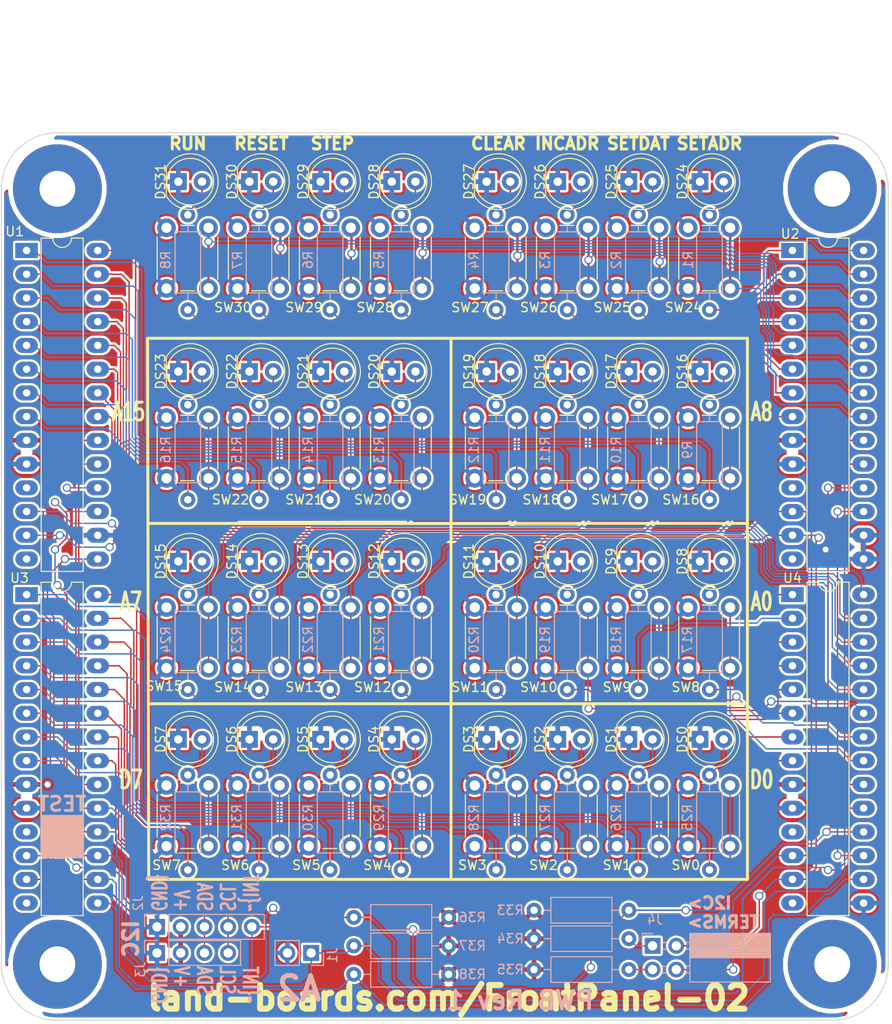
<source format=kicad_pcb>
(kicad_pcb (version 20211014) (generator pcbnew)
  (title_block (title "8-Channel Opto-Isolated Output I2C") (rev "X1") (company "land-boards.com"))
  (layers (0 "F.Cu" signal) (31 "B.Cu" signal) (36 "B.SilkS" user "B.Silkscreen") (37 "F.SilkS" user "F.Silkscreen") (38 "B.Mask" user) (39 "F.Mask" user) (44 "Edge.Cuts" user))
  (net 0 "")
  (net 1 "/A2")
  (net 2 "/SCL")
  (net 3 "/SDA")
  (net 4 "GND")
  (net 5 "Net-(DS1-Pad2)")
  (net 6 "Net-(DS2-Pad2)")
  (net 7 "Net-(DS3-Pad2)")
  (net 8 "Net-(DS4-Pad2)")
  (net 9 "Net-(DS5-Pad2)")
  (net 10 "Net-(DS6-Pad2)")
  (net 11 "Net-(DS7-Pad2)")
  (net 12 "Net-(DS8-Pad2)")
  (net 13 "Net-(DS9-Pad2)")
  (net 14 "Net-(DS10-Pad2)")
  (net 15 "Net-(DS11-Pad2)")
  (net 16 "Net-(DS12-Pad2)")
  (net 17 "Net-(DS13-Pad2)")
  (net 18 "Net-(DS14-Pad2)")
  (net 19 "Net-(DS15-Pad2)")
  (net 20 "Net-(DS16-Pad2)")
  (net 21 "Net-(DS17-Pad2)")
  (net 22 "Net-(DS18-Pad2)")
  (net 23 "Net-(DS19-Pad2)")
  (net 24 "Net-(DS20-Pad2)")
  (net 25 "Net-(DS21-Pad2)")
  (net 26 "Net-(DS22-Pad2)")
  (net 27 "Net-(DS23-Pad2)")
  (net 28 "Net-(DS24-Pad2)")
  (net 29 "Net-(DS25-Pad2)")
  (net 30 "Net-(DS26-Pad2)")
  (net 31 "Net-(DS27-Pad2)")
  (net 32 "Net-(DS28-Pad2)")
  (net 33 "Net-(DS29-Pad2)")
  (net 34 "Net-(DS30-Pad2)")
  (net 35 "Net-(DS31-Pad2)")
  (net 36 "+5V")
  (net 37 "/PUPINT")
  (net 38 "/PUPRST")
  (net 39 "Net-(R5-Pad2)")
  (net 40 "/PUPADR")
  (net 41 "Net-(R8-Pad2)")
  (net 42 "Net-(R9-Pad2)")
  (net 43 "Net-(R10-Pad2)")
  (net 44 "Net-(R11-Pad2)")
  (net 45 "Net-(R12-Pad2)")
  (net 46 "Net-(R13-Pad2)")
  (net 47 "Net-(R14-Pad2)")
  (net 48 "Net-(R15-Pad2)")
  (net 49 "Net-(R16-Pad2)")
  (net 50 "Net-(R17-Pad2)")
  (net 51 "Net-(R18-Pad2)")
  (net 52 "Net-(R19-Pad2)")
  (net 53 "Net-(R20-Pad2)")
  (net 54 "Net-(R21-Pad2)")
  (net 55 "Net-(R22-Pad2)")
  (net 56 "Net-(R23-Pad2)")
  (net 57 "Net-(R24-Pad2)")
  (net 58 "Net-(R25-Pad2)")
  (net 59 "Net-(R26-Pad2)")
  (net 60 "Net-(R27-Pad2)")
  (net 61 "Net-(R28-Pad2)")
  (net 62 "Net-(R29-Pad2)")
  (net 63 "Net-(R30-Pad2)")
  (net 64 "Net-(R31-Pad2)")
  (net 65 "Net-(R32-Pad2)")
  (net 66 "/S1D7")
  (net 67 "/S1D6")
  (net 68 "/S1D5")
  (net 69 "/S1D4")
  (net 70 "/S1D3")
  (net 71 "/S1D2")
  (net 72 "/S1D1")
  (net 73 "/S1D0")
  (net 74 "/S2D7")
  (net 75 "/S2D6")
  (net 76 "/S2D5")
  (net 77 "/S2D4")
  (net 78 "/S2D3")
  (net 79 "/S2D2")
  (net 80 "/S2D1")
  (net 81 "/S2D0")
  (net 82 "/S3D7")
  (net 83 "/S3D6")
  (net 84 "/S3D5")
  (net 85 "/S3D4")
  (net 86 "/S3D3")
  (net 87 "/S3D2")
  (net 88 "/S3D1")
  (net 89 "/S3D0")
  (net 90 "/S4D7")
  (net 91 "/S4D6")
  (net 92 "/S4D5")
  (net 93 "/S4D4")
  (net 94 "/S4D3")
  (net 95 "/S4D2")
  (net 96 "/S4D1")
  (net 97 "/S4D0")
  (net 98 "Net-(DS0-Pad2)")
  (net 99 "Net-(J4-Pad1)")
  (net 100 "Net-(J4-Pad3)")
  (net 101 "Net-(R1-Pad2)")
  (net 102 "Net-(R2-Pad2)")
  (net 103 "Net-(R3-Pad2)")
  (net 104 "Net-(R4-Pad2)")
  (net 105 "Net-(R6-Pad2)")
  (net 106 "Net-(R7-Pad2)")
  (footprint "LED_THT:LED_D5.0mm" (layer "F.Cu") (at 69.596 35.56)
    (fp_text reference "DS18")
    (fp_text value "LED")
  )
  (footprint "LED_THT:LED_D5.0mm" (layer "F.Cu") (at 28.956 74.93)
    (fp_text reference "DS7")
    (fp_text value "LED")
  )
  (footprint "LED_THT:LED_D5.0mm" (layer "F.Cu") (at 36.576 74.93)
    (fp_text reference "DS6")
    (fp_text value "LED")
  )
  (footprint "LED_THT:LED_D5.0mm" (layer "F.Cu") (at 44.196 74.93)
    (fp_text reference "DS5")
    (fp_text value "LED")
  )
  (footprint "LED_THT:LED_D5.0mm" (layer "F.Cu") (at 51.816 74.93)
    (fp_text reference "DS4")
    (fp_text value "LED")
  )
  (footprint "LED_THT:LED_D5.0mm" (layer "F.Cu") (at 61.976 74.93)
    (fp_text reference "DS3")
    (fp_text value "LED")
  )
  (footprint "LED_THT:LED_D5.0mm" (layer "F.Cu") (at 69.596 74.93)
    (fp_text reference "DS2")
    (fp_text value "LED")
  )
  (footprint "LED_THT:LED_D5.0mm" (layer "F.Cu") (at 77.216 74.93)
    (fp_text reference "DS1")
    (fp_text value "LED")
  )
  (footprint "LED_THT:LED_D5.0mm" (layer "F.Cu") (at 84.836 74.93)
    (fp_text reference "DS0")
    (fp_text value "LED")
  )
  (footprint "LED_THT:LED_D5.0mm" (layer "F.Cu") (at 28.956 55.88)
    (fp_text reference "DS15")
    (fp_text value "LED")
  )
  (footprint "LED_THT:LED_D5.0mm" (layer "F.Cu") (at 36.576 55.88)
    (fp_text reference "DS14")
    (fp_text value "LED")
  )
  (footprint "LED_THT:LED_D5.0mm" (layer "F.Cu") (at 44.196 55.88)
    (fp_text reference "DS13")
    (fp_text value "LED")
  )
  (footprint "LED_THT:LED_D5.0mm" (layer "F.Cu") (at 51.816 55.88)
    (fp_text reference "DS12")
    (fp_text value "LED")
  )
  (footprint "LED_THT:LED_D5.0mm" (layer "F.Cu") (at 61.976 55.88)
    (fp_text reference "DS11")
    (fp_text value "LED")
  )
  (footprint "LED_THT:LED_D5.0mm" (layer "F.Cu") (at 69.596 55.88)
    (fp_text reference "DS10")
    (fp_text value "LED")
  )
  (footprint "LED_THT:LED_D5.0mm" (layer "F.Cu") (at 77.216 55.88)
    (fp_text reference "DS9")
    (fp_text value "LED")
  )
  (footprint "LED_THT:LED_D5.0mm" (layer "F.Cu") (at 84.836 55.88)
    (fp_text reference "DS8")
    (fp_text value "LED")
  )
  (footprint "LED_THT:LED_D5.0mm" (layer "F.Cu") (at 28.956 35.56)
    (fp_text reference "DS23")
    (fp_text value "LED")
  )
  (footprint "LED_THT:LED_D5.0mm" (layer "F.Cu") (at 36.576 35.56)
    (fp_text reference "DS22")
    (fp_text value "LED")
  )
  (footprint "LED_THT:LED_D5.0mm" (layer "F.Cu") (at 44.196 35.56)
    (fp_text reference "DS21")
    (fp_text value "LED")
  )
  (footprint "LED_THT:LED_D5.0mm" (layer "F.Cu") (at 51.816 35.56)
    (fp_text reference "DS20")
    (fp_text value "LED")
  )
  (footprint "LED_THT:LED_D5.0mm" (layer "F.Cu") (at 61.976 35.56)
    (fp_text reference "DS19")
    (fp_text value "LED")
  )
  (footprint "LED_THT:LED_D5.0mm" (layer "F.Cu") (at 77.216 35.56)
    (fp_text reference "DS17")
    (fp_text value "LED")
  )
  (footprint "LED_THT:LED_D5.0mm" (layer "F.Cu") (at 84.836 35.56)
    (fp_text reference "DS16")
    (fp_text value "LED")
  )
  (footprint "LED_THT:LED_D5.0mm" (layer "F.Cu") (at 28.956 15.24)
    (fp_text reference "DS31")
    (fp_text value "LED")
  )
  (footprint "LED_THT:LED_D5.0mm" (layer "F.Cu") (at 36.576 15.24)
    (fp_text reference "DS30")
    (fp_text value "LED")
  )
  (footprint "LED_THT:LED_D5.0mm" (layer "F.Cu") (at 44.196 15.24)
    (fp_text reference "DS29")
    (fp_text value "LED")
  )
  (footprint "LED_THT:LED_D5.0mm" (layer "F.Cu") (at 51.816 15.24)
    (fp_text reference "DS28")
    (fp_text value "LED")
  )
  (footprint "LED_THT:LED_D5.0mm" (layer "F.Cu") (at 61.976 15.24)
    (fp_text reference "DS27")
    (fp_text value "LED")
  )
  (footprint "LED_THT:LED_D5.0mm" (layer "F.Cu") (at 69.596 15.24)
    (fp_text reference "DS26")
    (fp_text value "LED")
  )
  (footprint "LED_THT:LED_D5.0mm" (layer "F.Cu") (at 77.216 15.24)
    (fp_text reference "DS25")
    (fp_text value "LED")
  )
  (footprint "LED_THT:LED_D5.0mm" (layer "F.Cu") (at 84.836 15.24)
    (fp_text reference "DS24")
    (fp_text value "LED")
  )
  (footprint "Button_Switch_THT:SW_PUSH_6mm" (layer "F.Cu") (at 27.686 86.36 90)
    (fp_text reference "SW7")
    (fp_text value "SW_Push")
  )
  (footprint "Button_Switch_THT:SW_PUSH_6mm" (layer "F.Cu") (at 35.306 86.36 90)
    (fp_text reference "SW6")
    (fp_text value "SW_Push")
  )
  (footprint "Button_Switch_THT:SW_PUSH_6mm" (layer "F.Cu") (at 42.926 86.36 90)
    (fp_text reference "SW5")
    (fp_text value "SW_Push")
  )
  (footprint "Button_Switch_THT:SW_PUSH_6mm" (layer "F.Cu") (at 50.546 86.36 90)
    (fp_text reference "SW4")
    (fp_text value "SW_Push")
  )
  (footprint "Button_Switch_THT:SW_PUSH_6mm" (layer "F.Cu") (at 60.706 86.36 90)
    (fp_text reference "SW3")
    (fp_text value "SW_Push")
  )
  (footprint "Button_Switch_THT:SW_PUSH_6mm" (layer "F.Cu") (at 68.326 86.36 90)
    (fp_text reference "SW2")
    (fp_text value "SW_Push")
  )
  (footprint "Button_Switch_THT:SW_PUSH_6mm" (layer "F.Cu") (at 75.946 86.36 90)
    (fp_text reference "SW1")
    (fp_text value "SW_Push")
  )
  (footprint "Button_Switch_THT:SW_PUSH_6mm" (layer "F.Cu") (at 83.566 86.36 90)
    (fp_text reference "SW0")
    (fp_text value "SW_Push")
  )
  (footprint "Button_Switch_THT:SW_PUSH_6mm" (layer "F.Cu") (at 27.686 67.31 90)
    (fp_text reference "SW15")
    (fp_text value "SW_Push")
  )
  (footprint "Button_Switch_THT:SW_PUSH_6mm" (layer "F.Cu") (at 35.306 67.31 90)
    (fp_text reference "SW14")
    (fp_text value "SW_Push")
  )
  (footprint "Button_Switch_THT:SW_PUSH_6mm" (layer "F.Cu") (at 42.926 67.31 90)
    (fp_text reference "SW13")
    (fp_text value "SW_Push")
  )
  (footprint "Button_Switch_THT:SW_PUSH_6mm" (layer "F.Cu") (at 50.546 67.31 90)
    (fp_text reference "SW12")
    (fp_text value "SW_Push")
  )
  (footprint "Button_Switch_THT:SW_PUSH_6mm" (layer "F.Cu") (at 60.706 67.31 90)
    (fp_text reference "SW11")
    (fp_text value "SW_Push")
  )
  (footprint "Button_Switch_THT:SW_PUSH_6mm" (layer "F.Cu") (at 68.326 67.31 90)
    (fp_text reference "SW10")
    (fp_text value "SW_Push")
  )
  (footprint "Button_Switch_THT:SW_PUSH_6mm" (layer "F.Cu") (at 75.946 67.31 90)
    (fp_text reference "SW9")
    (fp_text value "SW_Push")
  )
  (footprint "Button_Switch_THT:SW_PUSH_6mm" (layer "F.Cu") (at 83.566 67.31 90)
    (fp_text reference "SW8")
    (fp_text value "SW_Push")
  )
  (footprint "Button_Switch_THT:SW_PUSH_6mm" (layer "F.Cu") (at 27.686 46.99 90)
    (fp_text reference "SW23" hide)
    (fp_text value "SW_Push")
  )
  (footprint "Button_Switch_THT:SW_PUSH_6mm" (layer "F.Cu") (at 35.306 46.99 90)
    (fp_text reference "SW22")
    (fp_text value "SW_Push")
  )
  (footprint "Button_Switch_THT:SW_PUSH_6mm" (layer "F.Cu") (at 42.926 46.99 90)
    (fp_text reference "SW21")
    (fp_text value "SW_Push")
  )
  (footprint "Button_Switch_THT:SW_PUSH_6mm" (layer "F.Cu") (at 50.546 46.99 90)
    (fp_text reference "SW20")
    (fp_text value "SW_Push")
  )
  (footprint "Button_Switch_THT:SW_PUSH_6mm" (layer "F.Cu") (at 60.706 46.99 90)
    (fp_text reference "SW19")
    (fp_text value "SW_Push")
  )
  (footprint "Button_Switch_THT:SW_PUSH_6mm" (layer "F.Cu") (at 68.326 46.99 90)
    (fp_text reference "SW18")
    (fp_text value "SW_Push")
  )
  (footprint "Button_Switch_THT:SW_PUSH_6mm" (layer "F.Cu") (at 75.946 46.99 90)
    (fp_text reference "SW17")
    (fp_text value "SW_Push")
  )
  (footprint "Button_Switch_THT:SW_PUSH_6mm" (layer "F.Cu") (at 83.566 46.99 90)
    (fp_text reference "SW16")
    (fp_text value "SW_Push")
  )
  (footprint "Button_Switch_THT:SW_PUSH_6mm" (layer "F.Cu") (at 27.686 26.67 90)
    (fp_text reference "SW31" hide)
    (fp_text value "SW_Push")
  )
  (footprint "Button_Switch_THT:SW_PUSH_6mm" (layer "F.Cu") (at 42.926 26.67 90)
    (fp_text reference "SW29")
    (fp_text value "SW_Push")
  )
  (footprint "Button_Switch_THT:SW_PUSH_6mm" (layer "F.Cu") (at 50.546 26.67 90)
    (fp_text reference "SW28")
    (fp_text value "SW_Push")
  )
  (footprint "Button_Switch_THT:SW_PUSH_6mm" (layer "F.Cu") (at 60.706 26.67 90)
    (fp_text reference "SW27")
    (fp_text value "SW_Push")
  )
  (footprint "Button_Switch_THT:SW_PUSH_6mm" (layer "F.Cu") (at 68.326 26.67 90)
    (fp_text reference "SW26")
    (fp_text value "SW_Push")
  )
  (footprint "Button_Switch_THT:SW_PUSH_6mm" (layer "F.Cu") (at 75.946 26.67 90)
    (fp_text reference "SW25")
    (fp_text value "SW_Push")
  )
  (footprint "Button_Switch_THT:SW_PUSH_6mm" (layer "F.Cu") (at 83.566 26.67 90)
    (fp_text reference "SW24")
    (fp_text value "SW_Push")
  )
  (footprint "LandBoards_MountHoles:MTG-6-32" (layer "F.Cu") (at 99 99 180)
    (fp_text reference "MTG1" hide)
    (fp_text value "MTG_HOLE" hide)
  )
  (footprint "LandBoards_MountHoles:MTG-6-32" (layer "F.Cu") (at 16 99 180)
    (fp_text reference "MTG2" hide)
    (fp_text value "MTG_HOLE" hide)
  )
  (footprint "LandBoards_MountHoles:MTG-6-32" (layer "F.Cu") (at 99 16 180)
    (fp_text reference "MTG3" hide)
    (fp_text value "MTG_HOLE" hide)
  )
  (footprint "LandBoards_MountHoles:MTG-6-32" (layer "F.Cu") (at 16 16 180)
    (fp_text reference "MTG4" hide)
    (fp_text value "MTG_HOLE" hide)
  )
  (footprint "Button_Switch_THT:SW_PUSH_6mm" (layer "F.Cu") (at 35.306 26.67 90)
    (fp_text reference "SW30")
    (fp_text value "SW_Push")
  )
  (footprint "LandBoards_Marking:TEST_BLK-REAR" (layer "F.Cu") (at 16.51 85.344)
    (fp_text reference "TEST")
    (fp_text value "CONN_1" hide)
  )
  (footprint "Package_DIP:DIP-28_W7.62mm_LongPads" (layer "F.Cu") (at 12.7 59.436)
    (fp_text reference "U3")
    (fp_text value "MCP23017-E/SS")
  )
  (footprint "Package_DIP:DIP-28_W7.62mm_LongPads" (layer "F.Cu") (at 94.742 59.436)
    (fp_text reference "U4")
    (fp_text value "MCP23017-E/SS")
  )
  (footprint "Package_DIP:DIP-28_W7.62mm_LongPads" (layer "F.Cu") (at 12.7 22.606)
    (fp_text reference "U1")
    (fp_text value "MCP23017-E/SS")
  )
  (footprint "Package_DIP:DIP-28_W7.62mm_LongPads" (layer "F.Cu") (at 94.742 22.606)
    (fp_text reference "U2")
    (fp_text value "MCP23017-E/SS")
  )
  (footprint "Connector_PinHeader_2.54mm:PinHeader_1x05_P2.54mm_Vertical" (layer "B.Cu") (at 26.67 94.996 -90)
    (fp_text reference "J2")
    (fp_text value "Conn_01x05")
  )
  (footprint "Connector_PinHeader_2.54mm:PinHeader_1x02_P2.54mm_Vertical" (layer "B.Cu") (at 43.18 97.79 90)
    (fp_text reference "J1")
    (fp_text value "Conn_01x02")
  )
  (footprint "Connector_PinHeader_2.54mm:PinHeader_1x04_P2.54mm_Vertical" (layer "B.Cu") (at 26.67 97.79 -90)
    (fp_text reference "J3")
    (fp_text value "CONN_4")
  )
  (footprint "Resistor_THT:R_Axial_DIN0207_L6.3mm_D2.5mm_P10.16mm_Horizontal" (layer "B.Cu") (at 77.216 96.266 180)
    (fp_text reference "R34")
    (fp_text value "2.2K")
  )
  (footprint "Resistor_THT:R_Axial_DIN0207_L6.3mm_D2.5mm_P10.16mm_Horizontal" (layer "B.Cu") (at 77.216 99.568 180)
    (fp_text reference "R35")
    (fp_text value "2.2K")
  )
  (footprint "Resistor_THT:R_Axial_DIN0207_L6.3mm_D2.5mm_P10.16mm_Horizontal" (layer "B.Cu") (at 57.912 93.98 180)
    (fp_text reference "R36")
    (fp_text value "10K")
  )
  (footprint "Resistor_THT:R_Axial_DIN0207_L6.3mm_D2.5mm_P10.16mm_Horizontal" (layer "B.Cu") (at 67.056 93.218)
    (fp_text reference "R33")
    (fp_text value "2.2K")
  )
  (footprint "Resistor_THT:R_Axial_DIN0207_L6.3mm_D2.5mm_P10.16mm_Horizontal" (layer "B.Cu") (at 29.972 78.74 -90)
    (fp_text reference "R32")
    (fp_text value "560")
  )
  (footprint "Resistor_THT:R_Axial_DIN0207_L6.3mm_D2.5mm_P10.16mm_Horizontal" (layer "B.Cu") (at 47.752 97.028)
    (fp_text reference "R37")
    (fp_text value "10K")
  )
  (footprint "Resistor_THT:R_Axial_DIN0207_L6.3mm_D2.5mm_P10.16mm_Horizontal" (layer "B.Cu") (at 57.912 100.076 180)
    (fp_text reference "R38")
    (fp_text value "10K")
  )
  (footprint "Resistor_THT:R_Axial_DIN0207_L6.3mm_D2.5mm_P10.16mm_Horizontal" (layer "B.Cu") (at 37.592 78.74 -90)
    (fp_text reference "R31")
    (fp_text value "560")
  )
  (footprint "Resistor_THT:R_Axial_DIN0207_L6.3mm_D2.5mm_P10.16mm_Horizontal" (layer "B.Cu") (at 45.212 78.74 -90)
    (fp_text reference "R30")
    (fp_text value "560")
  )
  (footprint "Resistor_THT:R_Axial_DIN0207_L6.3mm_D2.5mm_P10.16mm_Horizontal" (layer "B.Cu") (at 52.832 78.74 -90)
    (fp_text reference "R29")
    (fp_text value "560")
  )
  (footprint "Resistor_THT:R_Axial_DIN0207_L6.3mm_D2.5mm_P10.16mm_Horizontal" (layer "B.Cu") (at 62.992 78.74 -90)
    (fp_text reference "R28")
    (fp_text value "560")
  )
  (footprint "Resistor_THT:R_Axial_DIN0207_L6.3mm_D2.5mm_P10.16mm_Horizontal" (layer "B.Cu") (at 70.612 78.74 -90)
    (fp_text reference "R27")
    (fp_text value "560")
  )
  (footprint "Resistor_THT:R_Axial_DIN0207_L6.3mm_D2.5mm_P10.16mm_Horizontal" (layer "B.Cu") (at 78.232 78.74 -90)
    (fp_text reference "R26")
    (fp_text value "560")
  )
  (footprint "Resistor_THT:R_Axial_DIN0207_L6.3mm_D2.5mm_P10.16mm_Horizontal" (layer "B.Cu") (at 85.852 78.74 -90)
    (fp_text reference "R25")
    (fp_text value "560")
  )
  (footprint "Resistor_THT:R_Axial_DIN0207_L6.3mm_D2.5mm_P10.16mm_Horizontal" (layer "B.Cu") (at 29.972 59.436 -90)
    (fp_text reference "R24")
    (fp_text value "560")
  )
  (footprint "Resistor_THT:R_Axial_DIN0207_L6.3mm_D2.5mm_P10.16mm_Horizontal" (layer "B.Cu") (at 37.592 59.436 -90)
    (fp_text reference "R23")
    (fp_text value "560")
  )
  (footprint "Resistor_THT:R_Axial_DIN0207_L6.3mm_D2.5mm_P10.16mm_Horizontal" (layer "B.Cu") (at 45.212 59.436 -90)
    (fp_text reference "R22")
    (fp_text value "560")
  )
  (footprint "Resistor_THT:R_Axial_DIN0207_L6.3mm_D2.5mm_P10.16mm_Horizontal" (layer "B.Cu") (at 52.832 59.436 -90)
    (fp_text reference "R21")
    (fp_text value "560")
  )
  (footprint "Resistor_THT:R_Axial_DIN0207_L6.3mm_D2.5mm_P10.16mm_Horizontal" (layer "B.Cu") (at 62.992 59.436 -90)
    (fp_text reference "R20")
    (fp_text value "560")
  )
  (footprint "Resistor_THT:R_Axial_DIN0207_L6.3mm_D2.5mm_P10.16mm_Horizontal" (layer "B.Cu") (at 70.612 59.436 -90)
    (fp_text reference "R19")
    (fp_text value "560")
  )
  (footprint "Resistor_THT:R_Axial_DIN0207_L6.3mm_D2.5mm_P10.16mm_Horizontal" (layer "B.Cu") (at 78.232 59.436 -90)
    (fp_text reference "R18")
    (fp_text value "560")
  )
  (footprint "Resistor_THT:R_Axial_DIN0207_L6.3mm_D2.5mm_P10.16mm_Horizontal" (layer "B.Cu") (at 85.852 59.436 -90)
    (fp_text reference "R17")
    (fp_text value "560")
  )
  (footprint "Resistor_THT:R_Axial_DIN0207_L6.3mm_D2.5mm_P10.16mm_Horizontal" (layer "B.Cu") (at 29.972 39.116 -90)
    (fp_text reference "R16")
    (fp_text value "560")
  )
  (footprint "Resistor_THT:R_Axial_DIN0207_L6.3mm_D2.5mm_P10.16mm_Horizontal" (layer "B.Cu") (at 37.592 39.116 -90)
    (fp_text reference "R15")
    (fp_text value "560")
  )
  (footprint "Resistor_THT:R_Axial_DIN0207_L6.3mm_D2.5mm_P10.16mm_Horizontal" (layer "B.Cu") (at 45.212 39.116 -90)
    (fp_text reference "R14")
    (fp_text value "560")
  )
  (footprint "Resistor_THT:R_Axial_DIN0207_L6.3mm_D2.5mm_P10.16mm_Horizontal" (layer "B.Cu") (at 52.832 39.116 -90)
    (fp_text reference "R13")
    (fp_text value "560")
  )
  (footprint "Resistor_THT:R_Axial_DIN0207_L6.3mm_D2.5mm_P10.16mm_Horizontal" (layer "B.Cu") (at 62.992 39.116 -90)
    (fp_text reference "R12")
    (fp_text value "560")
  )
  (footprint "Resistor_THT:R_Axial_DIN0207_L6.3mm_D2.5mm_P10.16mm_Horizontal" (layer "B.Cu") (at 70.612 39.116 -90)
    (fp_text reference "R11")
    (fp_text value "560")
  )
  (footprint "Resistor_THT:R_Axial_DIN0207_L6.3mm_D2.5mm_P10.16mm_Horizontal" (layer "B.Cu") (at 78.232 39.116 -90)
    (fp_text reference "R10")
    (fp_text value "560")
  )
  (footprint "Resistor_THT:R_Axial_DIN0207_L6.3mm_D2.5mm_P10.16mm_Horizontal" (layer "B.Cu") (at 85.852 39.116 -90)
    (fp_text reference "R9")
    (fp_text value "560")
  )
  (footprint "Resistor_THT:R_Axial_DIN0207_L6.3mm_D2.5mm_P10.16mm_Horizontal" (layer "B.Cu") (at 29.972 18.796 -90)
    (fp_text reference "R8")
    (fp_text value "560")
  )
  (footprint "Resistor_THT:R_Axial_DIN0207_L6.3mm_D2.5mm_P10.16mm_Horizontal" (layer "B.Cu") (at 37.592 18.796 -90)
    (fp_text reference "R7")
    (fp_text value "560")
  )
  (footprint "Resistor_THT:R_Axial_DIN0207_L6.3mm_D2.5mm_P10.16mm_Horizontal" (layer "B.Cu") (at 45.212 18.796 -90)
    (fp_text reference "R6")
    (fp_text value "560")
  )
  (footprint "Resistor_THT:R_Axial_DIN0207_L6.3mm_D2.5mm_P10.16mm_Horizontal" (layer "B.Cu") (at 52.832 18.796 -90)
    (fp_text reference "R5")
    (fp_text value "560")
  )
  (footprint "Resistor_THT:R_Axial_DIN0207_L6.3mm_D2.5mm_P10.16mm_Horizontal" (layer "B.Cu") (at 62.992 18.796 -90)
    (fp_text reference "R4")
    (fp_text value "560")
  )
  (footprint "Resistor_THT:R_Axial_DIN0207_L6.3mm_D2.5mm_P10.16mm_Horizontal" (layer "B.Cu") (at 70.612 18.796 -90)
    (fp_text reference "R3")
    (fp_text value "560")
  )
  (footprint "Resistor_THT:R_Axial_DIN0207_L6.3mm_D2.5mm_P10.16mm_Horizontal" (layer "B.Cu") (at 78.232 18.796 -90)
    (fp_text reference "R2")
    (fp_text value "560")
  )
  (footprint "Resistor_THT:R_Axial_DIN0207_L6.3mm_D2.5mm_P10.16mm_Horizontal" (layer "B.Cu") (at 85.852 18.796 -90)
    (fp_text reference "R1")
    (fp_text value "560")
  )
  (footprint "Connector_PinSocket_2.54mm:PinSocket_2x02_P2.54mm_Horizontal" (layer "B.Cu") (at 79.756 97.028 180)
    (fp_text reference "J4")
    (fp_text value "CONN_02X02")
  )
  (gr_line (start 25.781 89.916) (end 89.916 89.916) (layer "F.SilkS") (width 0.3175))
  (gr_line (start 25.781 51.816) (end 89.916 51.816) (layer "F.SilkS") (width 0.3175))
  (gr_line (start 58.166 32.004) (end 58.166 89.916) (layer "F.SilkS") (width 0.3175))
  (gr_line (start 25.781 71.12) (end 89.916 71.12) (layer "F.SilkS") (width 0.3175))
  (gr_line (start 25.781 32.004) (end 89.916 32.004) (layer "F.SilkS") (width 0.3175))
  (gr_line (start 25.654 32.004) (end 25.781 89.916) (layer "F.SilkS") (width 0.3175))
  (gr_line (start 89.916 89.916) (end 89.916 32.004) (layer "F.SilkS") (width 0.3175))
  (gr_arc (start 10 16) (mid 11.757359 11.757359) (end 16 10) (layer "Edge.Cuts") (width 0.1))
  (gr_line (start 105 16) (end 105 99) (layer "Edge.Cuts") (width 0.1))
  (gr_arc (start 105 99) (mid 103.242641 103.242641) (end 99 105) (layer "Edge.Cuts") (width 0.1))
  (gr_line (start 10 99) (end 10 16) (layer "Edge.Cuts") (width 0.1))
  (gr_arc (start 16 105) (mid 11.757359 103.242641) (end 10 99) (layer "Edge.Cuts") (width 0.1))
  (gr_line (start 99 105) (end 16 105) (layer "Edge.Cuts") (width 0.1))
  (gr_arc (start 99 10) (mid 103.242641 11.757359) (end 105 16) (layer "Edge.Cuts") (width 0.1))
  (gr_line (start 16 10) (end 99 10) (layer "Edge.Cuts") (width 0.1))
  (gr_text "I2C>\nTERMS>" (at 83.312 93.472) (layer "B.SilkS") (effects (font (size 1.27 1.27) (thickness 0.3175)) (justify right mirror)))
  (gr_text "~{INT\nSCL\nSDA\n+V\nGND}" (at 31.75 93.472 270) (layer "B.SilkS") (effects (font (size 1.524 1.0668) (thickness 0.2667)) (justify left mirror)))
  (gr_text "A2" (at 41.91 101.6) (layer "B.SilkS") (effects (font (size 2.54 2.54) (thickness 0.508)) (justify mirror)))
  (gr_text "I2C" (at 23.876 96.266 90) (layer "B.SilkS") (effects (font (size 1.5875 1.5875) (thickness 0.396875)) (justify mirror)))
  (gr_text "~{INT\nSCL\nSDA\n+V\nGND}" (at 31.75 99.06 270) (layer "B.SilkS") (effects (font (size 1.524 1.0668) (thickness 0.2667)) (justify right mirror)))
  (gr_text "PWB Rev 1" (at 73.66 102.87) (layer "B.SilkS") (effects (font (size 1.905 1.905) (thickness 0.381)) (justify left mirror)))
  (gr_text "A0" (at 91.44 60.198) (layer "F.SilkS") (effects (font (size 1.905 1.27) (thickness 0.3175))))
  (gr_text "A7" (at 23.876 60.198) (layer "F.SilkS") (effects (font (size 1.905 1.27) (thickness 0.3175))))
  (gr_text "A8" (at 91.44 39.878) (layer "F.SilkS") (effects (font (size 1.905 1.27) (thickness 0.3175))))
  (gr_text "A15" (at 23.622 39.878) (layer "F.SilkS") (effects (font (size 1.905 1.27) (thickness 0.3175))))
  (gr_text "RESET" (at 37.846 11.176) (layer "F.SilkS") (effects (font (size 1.27 1.27) (thickness 0.3175))))
  (gr_text "CLEAR" (at 63.246 11.176) (layer "F.SilkS") (effects (font (size 1.27 1.27) (thickness 0.3175))))
  (gr_text "STEP" (at 45.466 11.176) (layer "F.SilkS") (effects (font (size 1.27 1.27) (thickness 0.3175))))
  (gr_text "INCADR" (at 70.612 11.176) (layer "F.SilkS") (effects (font (size 1.27 1.27) (thickness 0.3175))))
  (gr_text "SETDAT" (at 78.232 11.176) (layer "F.SilkS") (effects (font (size 1.27 1.27) (thickness 0.3175))))
  (gr_text "land-boards.com/FrontPanel-02" (at 57.912 102.616) (layer "F.SilkS") (effects (font (size 2.54 2.54) (thickness 0.635))))
  (gr_text "D0" (at 91.44 79.248) (layer "F.SilkS") (effects (font (size 1.905 1.27) (thickness 0.3175))))
  (gr_text "RUN" (at 29.972 11.176) (layer "F.SilkS") (effects (font (size 1.27 1.27) (thickness 0.3175))))
  (gr_text "D7" (at 23.876 79.248) (layer "F.SilkS") (effects (font (size 1.905 1.27) (thickness 0.3175))))
  (gr_text "SETADR" (at 85.852 11.176) (layer "F.SilkS") (effects (font (size 1.27 1.27) (thickness 0.3175))))
  (segment (start 15.748 49.53) (end 17.018 50.8) (width 0.1524) (layer "F.Cu") (net 1))
  (segment (start 17.526 87.376) (end 17.22119 87.07119) (width 0.1524) (layer "F.Cu") (net 1))
  (segment (start 17.22119 82.599322) (end 17.018 82.396132) (width 0.1524) (layer "F.Cu") (net 1))
  (segment (start 99.568 87.376) (end 99.568 50.546) (width 0.1524) (layer "F.Cu") (net 1))
  (segment (start 101.686003 50.079) (end 101.854 49.911003) (width 0.1524) (layer "F.Cu") (net 1))
  (segment (start 17.018 53.34) (end 15.748 54.61) (width 0.1524) (layer "F.Cu") (net 1))
  (segment (start 17.018 59.436) (end 16.002 58.42) (width 0.1524) (layer "F.Cu") (net 1))
  (segment (start 17.22119 87.07119) (end 17.22119 82.599322) (width 0.1524) (layer "F.Cu") (net 1))
  (segment (start 17.018 50.8) (end 17.018 53.34) (width 0.1524) (layer "F.Cu") (net 1))
  (segment (start 19.812 87.376) (end 17.526 87.376) (width 0.1524) (layer "F.Cu") (net 1))
  (segment (start 17.018 82.396132) (end 17.018 59.436) (width 0.1524) (layer "F.Cu") (net 1))
  (via (at 99.568 87.376) (size 0.889) (drill 0.635) (layers "F.Cu" "B.Cu") (net 1))
  (via (at 15.748 49.53) (size 0.889) (drill 0.635) (layers "F.Cu" "B.Cu") (net 1))
  (via (at 16.002 58.42) (size 0.889) (drill 0.635) (layers "F.Cu" "B.Cu") (net 1))
  (via (at 99.568 50.546) (size 0.889) (drill 0.635) (layers "F.Cu" "B.Cu") (net 1))
  (via (at 15.748 54.61) (size 0.889) (drill 0.635) (layers "F.Cu" "B.Cu") (net 1))
  (segment (start 48.88337 97.028) (end 50.40737 98.552) (width 0.1524) (layer "B.Cu") (net 1))
  (segment (start 100.33 87.884) (end 100.838 87.376) (width 0.1524) (layer "B.Cu") (net 1))
  (segment (start 24.638 101.346) (end 42.164 101.346) (width 0.1524) (layer "B.Cu") (net 1))
  (segment (start 88.9 102.87) (end 91.694 100.076) (width 0.1524) (layer "B.Cu") (net 1))
  (segment (start 102.362 87.376) (end 100.838 87.376) (width 0.1524) (layer "B.Cu") (net 1))
  (segment (start 91.694 92.456) (end 92.964 91.186) (width 0.1524) (layer "B.Cu") (net 1))
  (segment (start 50.40737 100.69937) (end 52.578 102.87) (width 0.1524) (layer "B.Cu") (net 1))
  (segment (start 50.40737 98.552) (end 50.40737 100.69937) (width 0.1524) (layer "B.Cu") (net 1))
  (segment (start 22.606 88.138) (end 22.606 99.314) (width 0.1524) (layer "B.Cu") (net 1))
  (segment (start 100.33 89.408) (end 100.33 87.884) (width 0.1524) (layer "B.Cu") (net 1))
  (segment (start 43.18 97.79) (end 46.99 97.79) (width 0.1524) (layer "B.Cu") (net 1))
  (segment (start 92.964 91.186) (end 98.552 91.186) (width 0.1524) (layer "B.Cu") (net 1))
  (segment (start 15.748 58.166) (end 16.002 58.42) (width 0.1524) (layer "B.Cu") (net 1))
  (segment (start 15.748 54.61) (end 15.748 58.166) (width 0.1524) (layer "B.Cu") (net 1))
  (segment (start 47.752 97.028) (end 48.88337 97.028) (width 0.1524) (layer "B.Cu") (net 1))
  (segment (start 19.812 50.546) (end 16.764 50.546) (width 0.1524) (layer "B.Cu") (net 1))
  (segment (start 21.844 87.376) (end 22.606 88.138) (width 0.1524) (layer "B.Cu") (net 1))
  (segment (start 102.362 50.546) (end 99.568 50.546) (width 0.1524) (layer "B.Cu") (net 1))
  (segment (start 46.99 97.79) (end 47.752 97.028) (width 0.1524) (layer "B.Cu") (net 1))
  (segment (start 42.164 101.346) (end 43.18 100.33) (width 0.1524) (layer "B.Cu") (net 1))
  (segment (start 19.812 87.376) (end 21.844 87.376) (width 0.1524) (layer "B.Cu") (net 1))
  (segment (start 43.18 100.33) (end 43.18 97.79) (width 0.1524) (layer "B.Cu") (net 1))
  (segment (start 98.552 91.186) (end 100.33 89.408) (width 0.1524) (layer "B.Cu") (net 1))
  (segment (start 100.838 87.376) (end 99.568 87.376) (width 0.1524) (layer "B.Cu") (net 1))
  (segment (start 16.764 50.546) (end 15.748 49.53) (width 0.1524) (layer "B.Cu") (net 1))
  (segment (start 52.578 102.87) (end 88.9 102.87) (width 0.1524) (layer "B.Cu") (net 1))
  (segment (start 91.694 100.076) (end 91.694 92.456) (width 0.1524) (layer "B.Cu") (net 1))
  (segment (start 22.606 99.314) (end 24.638 101.346) (width 0.1524) (layer "B.Cu") (net 1))
  (segment (start 34.29 94.996) (end 34.29 97.79) (width 0.1524) (layer "F.Cu") (net 2))
  (segment (start 96.774 86.6964) (end 96.774 84.074) (width 0.1524) (layer "F.Cu") (net 2))
  (segment (start 24.384 93.218) (end 23.114 91.948) (width 0.1524) (layer "F.Cu") (net 2))
  (segment (start 88.392 99.568) (end 82.296 99.568) (width 0.1524) (layer "F.Cu") (net 2))
  (segment (start 21.844 51.816) (end 23.31719 53.28919) (width 0.1524) (layer "F.Cu") (net 2))
  (segment (start 94.742 87.376) (end 96.0944 87.376) (width 0.1524) (layer "F.Cu") (net 2))
  (segment (start 89.45881 53.28919) (end 92.202 50.546) (width 0.1524) (layer "F.Cu") (net 2))
  (segment (start 12.7 50.546) (end 14.478 50.546) (width 0.1524) (layer "F.Cu") (net 2))
  (segment (start 96.774 51.2256) (end 96.0944 50.546) (width 0.1524) (layer "F.Cu") (net 2))
  (segment (start 23.114 89.916) (end 21.844 88.646) (width 0.1524) (layer "F.Cu") (net 2))
  (segment (start 97.79 78.994) (end 96.774 77.978) (width 0.1524) (layer "F.Cu") (net 2))
  (segment (start 96.774 77.978) (end 96.774 51.2256) (width 0.1524) (layer "F.Cu") (net 2))
  (segment (start 23.114 91.948) (end 23.114 89.916) (width 0.1524) (layer "F.Cu") (net 2))
  (segment (start 97.79 83.058) (end 97.79 78.994) (width 0.1524) (layer "F.Cu") (net 2))
  (segment (start 15.24 77.978) (end 16.002 78.74) (width 0.1524) (layer "F.Cu") (net 2))
  (segment (start 34.29 94.996) (end 34.29 93.793919) (width 0.1524) (layer "F.Cu") (net 2))
  (segment (start 33.714081 93.218) (end 24.384 93.218) (width 0.1524) (layer "F.Cu") (net 2))
  (segment (start 96.0944 87.376) (end 96.774 86.6964) (width 0.1524) (layer "F.Cu") (net 2))
  (segment (start 23.31719 53.28919) (end 89.45881 53.28919) (width 0.1524) (layer "F.Cu") (net 2))
  (segment (start 21.844 88.646) (end 18.034 88.646) (width 0.1524) (layer "F.Cu") (net 2))
  (segment (start 16.002 78.74) (end 16.002 80.772) (width 0.1524) (layer "F.Cu") (net 2))
  (segment (start 12.192 87.376) (end 13.5444 87.376) (width 0.1524) (layer "F.Cu") (net 2))
  (segment (start 14.478 50.546) (end 14.478 61.468) (width 0.1524) (layer "F.Cu") (net 2))
  (segment (start 14.478 61.468) (end 15.24 62.23) (width 0.1524) (layer "F.Cu") (net 2))
  (segment (start 14.732 87.376) (end 12.7 87.376) (width 0.1524) (layer "F.Cu") (net 2))
  (segment (start 16.002 80.772) (end 15.24 81.534) (width 0.1524) (layer "F.Cu") (net 2))
  (segment (start 15.24 81.534) (end 15.24 86.868) (width 0.1524) (layer "F.Cu") (net 2))
  (segment (start 15.24 62.23) (end 15.24 77.978) (width 0.1524) (layer "F.Cu") (net 2))
  (segment (start 96.774 84.074) (end 97.79 83.058) (width 0.1524) (layer "F.Cu") (net 2))
  (segment (start 34.29 93.793919) (end 33.714081 93.218) (width 0.1524) (layer "F.Cu") (net 2))
  (segment (start 96.0944 50.546) (end 94.742 50.546) (width 0.1524) (layer "F.Cu") (net 2))
  (segment (start 15.24 86.868) (end 14.732 87.376) (width 0.1524) (layer "F.Cu") (net 2))
  (segment (start 92.202 50.546) (end 94.742 50.546) (width 0.1524) (layer "F.Cu") (net 2))
  (via (at 88.392 99.568) (size 0.889) (drill 0.635) (layers "F.Cu" "B.Cu") (net 2))
  (via (at 21.844 51.816) (size 0.889) (drill 0.635) (layers "F.Cu" "B.Cu") (net 2))
  (via (at 18.034 88.646) (size 0.889) (drill 0.635) (layers "F.Cu" "B.Cu") (net 2))
  (segment (start 93.218 87.376) (end 94.742 87.376) (width 0.1524) (layer "B.Cu") (net 2))
  (segment (start 16.256 50.546) (end 17.526 51.816) (width 0.1524) (layer "B.Cu") (net 2))
  (segment (start 16.764 87.376) (end 18.034 88.646) (width 0.1524) (layer "B.Cu") (net 2))
  (segment (start 88.392 92.202) (end 93.218 87.376) (width 0.1524) (layer "B.Cu") (net 2))
  (segment (start 12.192 87.376) (end 16.764 87.376) (width 0.1524) (layer "B.Cu") (net 2))
  (segment (start 88.392 99.568) (end 88.392 92.202) (width 0.1524) (layer "B.Cu") (net 2))
  (segment (start 12.192 50.546) (end 16.256 50.546) (width 0.1524) (layer "B.Cu") (net 2))
  (segment (start 17.526 51.816) (end 21.844 51.816) (width 0.1524) (layer "B.Cu") (net 2))
  (segment (start 91.44 53.594) (end 91.948 53.086) (width 0.1524) (layer "F.Cu") (net 3))
  (segment (start 15.54481 83.26119) (end 15.54481 89.35719) (width 0.1524) (layer "F.Cu") (net 3))
  (segment (start 97.282 88.7284) (end 97.282 84.074) (width 0.1524) (layer "F.Cu") (net 3))
  (segment (start 31.682081 93.658081) (end 31.54681 93.52281) (width 0.1524) (layer "F.Cu") (net 3))
  (segment (start 15.494 89.916) (end 16.764 91.186) (width 0.1524) (layer "F.Cu") (net 3))
  (segment (start 31.75 94.996) (end 31.75 97.79) (width 0.1524) (layer "F.Cu") (net 3))
  (segment (start 22.352 53.594) (end 91.44 53.594) (width 0.1524) (layer "F.Cu") (net 3))
  (segment (start 97.282 77.47) (end 97.282 53.594) (width 0.1524) (layer "F.Cu") (net 3))
  (segment (start 14.93519 57.061834) (end 14.93519 61.16319) (width 0.1524) (layer "F.Cu") (net 3))
  (segment (start 15.621011 76.581011) (end 16.40838 77.36838) (width 0.1524) (layer "F.Cu") (net 3))
  (segment (start 15.54481 89.35719) (end 14.986 89.916) (width 0.1524) (layer "F.Cu") (net 3))
  (segment (start 96.0944 89.916) (end 97.282 88.7284) (width 0.1524) (layer "F.Cu") (net 3))
  (segment (start 14.986 57.011024) (end 14.93519 57.061834) (width 0.1524) (layer "F.Cu") (net 3))
  (segment (start 94.742 89.916) (end 96.0944 89.916) (width 0.1524) (layer "F.Cu") (net 3))
  (segment (start 14.93519 61.16319) (end 15.621011 61.849011) (width 0.1524) (layer "F.Cu") (net 3))
  (segment (start 97.282 84.074) (end 98.298 83.058) (width 0.1524) (layer "F.Cu") (net 3))
  (segment (start 16.256 53.086) (end 14.986 54.356) (width 0.1524) (layer "F.Cu") (net 3))
  (segment (start 98.298 78.486) (end 97.282 77.47) (width 0.1524) (layer "F.Cu") (net 3))
  (segment (start 31.682081 93.726) (end 31.682081 93.658081) (width 0.1524) (layer "F.Cu") (net 3))
  (segment (start 12.7 89.916) (end 14.986 89.916) (width 0.1524) (layer "F.Cu") (net 3))
  (segment (start 16.40838 77.36838) (end 16.40838 82.39762) (width 0.1524) (layer "F.Cu") (net 3))
  (segment (start 16.764 91.186) (end 21.59 91.186) (width 0.1524) (layer "F.Cu") (net 3))
  (segment (start 31.75 94.996) (end 31.75 93.793919) (width 0.1524) (layer "F.Cu") (net 3))
  (segment (start 89.154 97.028) (end 91.186 94.996) (width 0.1524) (layer "F.Cu") (net 3))
  (segment (start 91.948 53.086) (end 94.742 53.086) (width 0.1524) (layer "F.Cu") (net 3))
  (segment (start 15.621011 61.849011) (end 15.621011 76.581011) (width 0.1524) (layer "F.Cu") (net 3))
  (segment (start 14.986 54.356) (end 14.986 57.011024) (width 0.1524) (layer "F.Cu") (net 3))
  (segment (start 23.92681 93.52281) (end 21.59 91.186) (width 0.1524) (layer "F.Cu") (net 3))
  (segment (start 98.298 83.058) (end 98.298 78.486) (width 0.1524) (layer "F.Cu") (net 3))
  (segment (start 31.75 93.793919) (end 31.682081 93.726) (width 0.1524) (layer "F.Cu") (net 3))
  (segment (start 14.986 89.916) (end 15.494 89.916) (width 0.1524) (layer "F.Cu") (net 3))
  (segment (start 97.282 53.594) (end 97.536 53.34) (width 0.1524) (layer "F.Cu") (net 3))
  (segment (start 31.54681 93.52281) (end 23.92681 93.52281) (width 0.1524) (layer "F.Cu") (net 3))
  (segment (start 91.186 94.996) (end 91.186 91.694) (width 0.1524) (layer "F.Cu") (net 3))
  (segment (start 21.59 54.356) (end 22.352 53.594) (width 0.1524) (layer "F.Cu") (net 3))
  (segment (start 82.296 97.028) (end 89.154 97.028) (width 0.1524) (layer "F.Cu") (net 3))
  (segment (start 16.40838 82.39762) (end 15.54481 83.26119) (width 0.1524) (layer "F.Cu") (net 3))
  (via (at 16.256 53.086) (size 0.889) (drill 0.635) (layers "F.Cu" "B.Cu") (net 3))
  (via (at 91.186 91.694) (size 0.889) (drill 0.635) (layers "F.Cu" "B.Cu") (net 3))
  (via (at 97.536 53.34) (size 0.889) (drill 0.635) (layers "F.Cu" "B.Cu") (net 3))
  (via (at 21.59 54.356) (size 0.889) (drill 0.635) (layers "F.Cu" "B.Cu") (net 3))
  (segment (start 97.282 53.086) (end 97.536 53.34) (width 0.1524) (layer "B.Cu") (net 3))
  (segment (start 94.742 53.086) (end 97.282 53.086) (width 0.1524) (layer "B.Cu") (net 3))
  (segment (start 16.256 53.086) (end 12.192 53.086) (width 0.1524) (layer "B.Cu") (net 3))
  (segment (start 18.034 54.356) (end 16.764 53.086) (width 0.1524) (layer "B.Cu") (net 3))
  (segment (start 21.59 54.356) (end 18.034 54.356) (width 0.1524) (layer "B.Cu") (net 3))
  (segment (start 92.964 89.916) (end 91.186 91.694) (width 0.1524) (layer "B.Cu") (net 3))
  (segment (start 94.742 89.916) (end 92.964 89.916) (width 0.1524) (layer "B.Cu") (net 3))
  (segment (start 16.764 53.086) (end 16.256 53.086) (width 0.1524) (layer "B.Cu") (net 3))
  (segment (start 98.317 54.629) (end 98.298 54.61) (width 0.1524) (layer "F.Cu") (net 4))
  (segment (start 102.882701 53.073299) (end 102.882701 53.113095) (width 0.1524) (layer "F.Cu") (net 4))
  (segment (start 102.882701 53.073299) (end 102.120701 53.835299) (width 0.1524) (layer "F.Cu") (net 4))
  (segment (start 102.120701 54.622701) (end 102.362 54.864) (width 0.1524) (layer "F.Cu") (net 4))
  (segment (start 102.87 53.086) (end 102.120701 53.835299) (width 0.1524) (layer "F.Cu") (net 4))
  (segment (start 102.120701 53.835299) (end 102.120701 54.622701) (width 0.1524) (layer "F.Cu") (net 4))
  (via (at 98.298 54.61) (size 0.889) (drill 0.635) (layers "F.Cu" "B.Cu") (net 4))
  (segment (start 79.756 77.216) (end 78.232 78.74) (width 0.1524) (layer "B.Cu") (net 5))
  (segment (start 79.756 74.93) (end 79.756 77.216) (width 0.1524) (layer "B.Cu") (net 5))
  (segment (start 79.511 74.685) (end 79.756 74.93) (width 0.1524) (layer "B.Cu") (net 5))
  (segment (start 72.136 77.216) (end 70.612 78.74) (width 0.1524) (layer "B.Cu") (net 6))
  (segment (start 72.136 74.93) (end 72.136 77.216) (width 0.1524) (layer "B.Cu") (net 6))
  (segment (start 71.891 74.685) (end 72.136 74.93) (width 0.1524) (layer "B.Cu") (net 6))
  (segment (start 64.271 74.685) (end 64.516 74.93) (width 0.1524) (layer "B.Cu") (net 7))
  (segment (start 64.516 77.216) (end 62.992 78.74) (width 0.1524) (layer "B.Cu") (net 7))
  (segment (start 64.516 74.93) (end 64.516 77.216) (width 0.1524) (layer "B.Cu") (net 7))
  (segment (start 54.356 77.216) (end 52.832 78.74) (width 0.1524) (layer "B.Cu") (net 8))
  (segment (start 54.356 74.93) (end 54.356 77.216) (width 0.1524) (layer "B.Cu") (net 8))
  (segment (start 54.365 74.921) (end 54.356 74.93) (width 0.1524) (layer "B.Cu") (net 8))
  (segment (start 46.736 74.93) (end 46.736 77.216) (width 0.1524) (layer "B.Cu") (net 9))
  (segment (start 46.745 74.921) (end 46.736 74.93) (width 0.1524) (layer "B.Cu") (net 9))
  (segment (start 46.736 77.216) (end 45.212 78.74) (width 0.1524) (layer "B.Cu") (net 9))
  (segment (start 39.116 77.216) (end 37.592 78.74) (width 0.1524) (layer "B.Cu") (net 10))
  (segment (start 39.116 74.93) (end 39.116 77.216) (width 0.1524) (layer "B.Cu") (net 10))
  (segment (start 39.125 74.921) (end 39.116 74.93) (width 0.1524) (layer "B.Cu") (net 10))
  (segment (start 31.496 74.93) (end 31.496 77.216) (width 0.1524) (layer "B.Cu") (net 11))
  (segment (start 31.505 74.921) (end 31.496 74.93) (width 0.1524) (layer "B.Cu") (net 11))
  (segment (start 31.496 77.216) (end 29.972 78.74) (width 0.1524) (layer "B.Cu") (net 11))
  (segment (start 87.376 57.912) (end 85.852 59.436) (width 0.1524) (layer "F.Cu") (net 12))
  (segment (start 87.376 55.88) (end 87.376 57.912) (width 0.1524) (layer "F.Cu") (net 12))
  (segment (start 87.385 55.871) (end 87.376 55.88) (width 0.1524) (layer "B.Cu") (net 12))
  (segment (start 79.756 55.88) (end 79.756 57.912) (width 0.1524) (layer "F.Cu") (net 13))
  (segment (start 79.756 57.912) (end 78.232 59.436) (width 0.1524) (layer "F.Cu") (net 13))
  (segment (start 79.765 55.871) (end 79.756 55.88) (width 0.1524) (layer "B.Cu") (net 13))
  (segment (start 72.136 55.88) (end 72.136 57.912) (width 0.1524) (layer "F.Cu") (net 14))
  (segment (start 72.136 57.912) (end 70.612 59.436) (width 0.1524) (layer "F.Cu") (net 14))
  (segment (start 72.145 55.871) (end 72.136 55.88) (width 0.1524) (layer "B.Cu") (net 14))
  (segment (start 64.516 55.88) (end 64.516 57.912) (width 0.1524) (layer "F.Cu") (net 15))
  (segment (start 64.516 57.912) (end 62.992 59.436) (width 0.1524) (layer "F.Cu") (net 15))
  (segment (start 64.525 55.871) (end 64.516 55.88) (width 0.1524) (layer "B.Cu") (net 15))
  (segment (start 54.356 55.88) (end 54.356 57.912) (width 0.1524) (layer "F.Cu") (net 16))
  (segment (start 54.356 57.912) (end 52.832 59.436) (width 0.1524) (layer "F.Cu") (net 16))
  (segment (start 54.365 55.871) (end 54.356 55.88) (width 0.1524) (layer "B.Cu") (net 16))
  (segment (start 46.736 57.912) (end 45.212 59.436) (width 0.1524) (layer "F.Cu") (net 17))
  (segment (start 46.736 55.88) (end 46.736 57.912) (width 0.1524) (layer "F.Cu") (net 17))
  (segment (start 46.745 55.871) (end 46.736 55.88) (width 0.1524) (layer "B.Cu") (net 17))
  (segment (start 39.116 55.88) (end 39.116 57.912) (width 0.1524) (layer "F.Cu") (net 18))
  (segment (start 39.116 57.912) (end 37.592 59.436) (width 0.1524) (layer "F.Cu") (net 18))
  (segment (start 39.125 55.871) (end 39.116 55.88) (width 0.1524) (layer "B.Cu") (net 18))
  (segment (start 31.496 55.88) (end 31.496 57.912) (width 0.1524) (layer "F.Cu") (net 19))
  (segment (start 31.496 57.912) (end 29.972 59.436) (width 0.1524) (layer "F.Cu") (net 19))
  (segment (start 31.505 55.871) (end 31.496 55.88) (width 0.1524) (layer "B.Cu") (net 19))
  (segment (start 87.376 37.592) (end 85.852 39.116) (width 0.1524) (layer "F.Cu") (net 20))
  (segment (start 87.376 35.56) (end 87.376 37.592) (width 0.1524) (layer "F.Cu") (net 20))
  (segment (start 87.385 35.551) (end 87.376 35.56) (width 0.1524) (layer "B.Cu") (net 20))
  (segment (start 79.756 37.592) (end 78.232 39.116) (width 0.1524) (layer "F.Cu") (net 21))
  (segment (start 79.756 35.56) (end 79.756 37.592) (width 0.1524) (layer "F.Cu") (net 21))
  (segment (start 72.136 35.56) (end 72.136 37.592) (width 0.1524) (layer "F.Cu") (net 22))
  (segment (start 72.136 37.592) (end 70.612 39.116) (width 0.1524) (layer "F.Cu") (net 22))
  (segment (start 72.145 35.551) (end 72.136 35.56) (width 0.1524) (layer "B.Cu") (net 22))
  (segment (start 64.516 35.56) (end 64.516 37.592) (width 0.1524) (layer "F.Cu") (net 23))
  (segment (start 64.516 37.592) (end 62.992 39.116) (width 0.1524) (layer "F.Cu") (net 23))
  (segment (start 64.525 35.551) (end 64.516 35.56) (width 0.1524) (layer "B.Cu") (net 23))
  (segment (start 54.356 35.56) (end 54.356 37.592) (width 0.1524) (layer "F.Cu") (net 24))
  (segment (start 54.356 37.592) (end 52.832 39.116) (width 0.1524) (layer "F.Cu") (net 24))
  (segment (start 54.365 35.551) (end 54.356 35.56) (width 0.1524) (layer "B.Cu") (net 24))
  (segment (start 46.736 37.592) (end 45.212 39.116) (width 0.1524) (layer "F.Cu") (net 25))
  (segment (start 46.736 35.56) (end 46.736 37.592) (width 0.1524) (layer "F.Cu") (net 25))
  (segment (start 39.116 35.56) (end 39.116 37.592) (width 0.1524) (layer "F.Cu") (net 26))
  (segment (start 39.116 37.592) (end 37.592 39.116) (width 0.1524) (layer "F.Cu") (net 26))
  (segment (start 39.125 35.551) (end 39.116 35.56) (width 0.1524) (layer "B.Cu") (net 26))
  (segment (start 31.496 35.56) (end 31.496 37.592) (width 0.1524) (layer "F.Cu") (net 27))
  (segment (start 31.496 37.592) (end 29.972 39.116) (width 0.1524) (layer "F.Cu") (net 27))
  (segment (start 31.514 35.542) (end 31.496 35.56) (width 0.1524) (layer "B.Cu") (net 27))
  (segment (start 87.376 17.272) (end 85.852 18.796) (width 0.1524) (layer "F.Cu") (net 28))
  (segment (start 87.376 15.24) (end 87.376 17.272) (width 0.1524) (layer "F.Cu") (net 28))
  (segment (start 87.131 14.995) (end 87.376 15.24) (width 0.1524) (layer "B.Cu") (net 28))
  (segment (start 87.639 14.977) (end 87.376 15.24) (width 0.1524) (layer "B.Cu") (net 28))
  (segment (start 87.385 15.231) (end 87.376 15.24) (width 0.1524) (layer "B.Cu") (net 28))
  (segment (start 79.756 17.272) (end 78.232 18.796) (width 0.1524) (layer "F.Cu") (net 29))
  (segment (start 79.756 15.24) (end 79.756 17.272) (width 0.1524) (layer "F.Cu") (net 29))
  (segment (start 79.511 14.995) (end 79.756 15.24) (width 0.1524) (layer "B.Cu") (net 29))
  (segment (start 72.136 17.272) (end 70.612 18.796) (width 0.1524) (layer "F.Cu") (net 30))
  (segment (start 72.136 15.24) (end 72.136 17.272) (width 0.1524) (layer "F.Cu") (net 30))
  (segment (start 64.516 17.272) (end 62.992 18.796) (width 0.1524) (layer "F.Cu") (net 31))
  (segment (start 64.516 15.24) (end 64.516 17.272) (width 0.1524) (layer "F.Cu") (net 31))
  (segment (start 54.356 15.24) (end 54.356 17.272) (width 0.1524) (layer "F.Cu") (net 32))
  (segment (start 54.356 17.272) (end 52.832 18.796) (width 0.1524) (layer "F.Cu") (net 32))
  (segment (start 46.736 17.272) (end 45.212 18.796) (width 0.1524) (layer "F.Cu") (net 33))
  (segment (start 46.736 15.24) (end 46.736 17.272) (width 0.1524) (layer "F.Cu") (net 33))
  (segment (start 39.116 15.24) (end 39.116 17.018) (width 0.1524) (layer "F.Cu") (net 34))
  (segment (start 39.116 17.018) (end 37.592 18.542) (width 0.1524) (layer "F.Cu") (net 34))
  (segment (start 39.125 15.231) (end 39.116 15.24) (width 0.1524) (layer "B.Cu") (net 34))
  (segment (start 31.496 17.018) (end 29.972 18.542) (width 0.1524) (layer "F.Cu") (net 35))
  (segment (start 31.496 15.24) (end 31.496 17.018) (width 0.1524) (layer "F.Cu") (net 35))
  (via (at 14.94791 79.756) (size 0.889) (drill 0.635) (layers "F.Cu" "B.Cu") (net 36))
  (segment (start 12.192 79.756) (end 14.94791 79.756) (width 0.1524) (layer "B.Cu") (net 36))
  (segment (start 102.362 82.296) (end 100.33 82.296) (width 0.1524) (layer "F.Cu") (net 37))
  (segment (start 19.812 42.926) (end 18.288 42.926) (width 0.1524) (layer "F.Cu") (net 37))
  (segment (start 42.164 94.996) (end 43.18 93.98) (width 0.1524) (layer "F.Cu") (net 37))
  (segment (start 102.362 42.926) (end 100.33 42.926) (width 0.1524) (layer "F.Cu") (net 37))
  (segment (start 18.288 79.756) (end 19.812 79.756) (width 0.1524) (layer "F.Cu") (net 37))
  (segment (start 100.33 82.296) (end 100.33 88.138) (width 0.1524) (layer "F.Cu") (net 37))
  (segment (start 18.288 45.466) (end 18.288 79.756) (width 0.1524) (layer "F.Cu") (net 37))
  (segment (start 19.812 82.296) (end 18.288 82.296) (width 0.1524) (layer "F.Cu") (net 37))
  (segment (start 100.33 79.756) (end 102.362 79.756) (width 0.1524) (layer "F.Cu") (net 37))
  (segment (start 18.288 79.756) (end 18.288 82.296) (width 0.1524) (layer "F.Cu") (net 37))
  (segment (start 18.288 42.926) (end 18.288 45.466) (width 0.1524) (layer "F.Cu") (net 37))
  (segment (start 100.33 42.926) (end 100.33 45.466) (width 0.1524) (layer "F.Cu") (net 37))
  (segment (start 100.33 88.138) (end 99.568 88.9) (width 0.1524) (layer "F.Cu") (net 37))
  (segment (start 100.33 45.466) (end 100.33 79.756) (width 0.1524) (layer "F.Cu") (net 37))
  (segment (start 100.33 45.466) (end 102.362 45.466) (width 0.1524) (layer "F.Cu") (net 37))
  (segment (start 99.568 88.9) (end 98.552 88.9) (width 0.1524) (layer "F.Cu") (net 37))
  (segment (start 43.18 93.98) (end 47.752 93.98) (width 0.1524) (layer "F.Cu") (net 37))
  (segment (start 18.288 45.466) (end 19.812 45.466) (width 0.1524) (layer "F.Cu") (net 37))
  (segment (start 36.83 94.996) (end 42.164 94.996) (width 0.1524) (layer "F.Cu") (net 37))
  (segment (start 100.33 82.296) (end 100.33 79.756) (width 0.1524) (layer "F.Cu") (net 37))
  (via (at 98.552 88.9) (size 0.889) (drill 0.635) (layers "F.Cu" "B.Cu") (net 37))
  (segment (start 23.368 87.376) (end 23.368 97.536) (width 0.1524) (layer "B.Cu") (net 37))
  (segment (start 47.752 93.98) (end 49.53 93.98) (width 0.1524) (layer "B.Cu") (net 37))
  (segment (start 52.07 100.584) (end 53.594 102.108) (width 0.1524) (layer "B.Cu") (net 37))
  (segment (start 53.594 102.108) (end 88.646 102.108) (width 0.1524) (layer "B.Cu") (net 37))
  (segment (start 35.66162 100.73638) (end 36.83 99.568) (width 0.1524) (layer "B.Cu") (net 37))
  (segment (start 26.56838 100.73638) (end 35.66162 100.73638) (width 0.1524) (layer "B.Cu") (net 37))
  (segment (start 19.812 82.296) (end 21.844 82.296) (width 0.1524) (layer "B.Cu") (net 37))
  (segment (start 23.368 97.536) (end 26.56838 100.73638) (width 0.1524) (layer "B.Cu") (net 37))
  (segment (start 49.53 93.98) (end 52.07 96.52) (width 0.1524) (layer "B.Cu") (net 37))
  (segment (start 36.83 99.568) (end 36.83 94.996) (width 0.1524) (layer "B.Cu") (net 37))
  (segment (start 22.86 86.868) (end 23.368 87.376) (width 0.1524) (layer "B.Cu") (net 37))
  (segment (start 22.86 83.312) (end 22.86 86.868) (width 0.1524) (layer "B.Cu") (net 37))
  (segment (start 92.71 88.646) (end 98.298 88.646) (width 0.1524) (layer "B.Cu") (net 37))
  (segment (start 88.646 102.108) (end 89.408 101.346) (width 0.1524) (layer "B.Cu") (net 37))
  (segment (start 89.408 91.948) (end 92.71 88.646) (width 0.1524) (layer "B.Cu") (net 37))
  (segment (start 89.408 101.346) (end 89.408 91.948) (width 0.1524) (layer "B.Cu") (net 37))
  (segment (start 52.07 96.52) (end 52.07 100.584) (width 0.1524) (layer "B.Cu") (net 37))
  (segment (start 98.298 88.646) (end 98.552 88.9) (width 0.1524) (layer "B.Cu") (net 37))
  (segment (start 21.844 82.296) (end 22.86 83.312) (width 0.1524) (layer "B.Cu") (net 37))
  (segment (start 52.324 95.25) (end 54.102 95.25) (width 0.1524) (layer "F.Cu") (net 38))
  (segment (start 39.116 92.964) (end 39.560499 93.408499) (width 0.1524) (layer "F.Cu") (net 38))
  (segment (start 77.216 93.218) (end 83.312 93.218) (width 0.1524) (layer "F.Cu") (net 38))
  (segment (start 39.560499 93.408499) (end 43.243501 93.408499) (width 0.1524) (layer "F.Cu") (net 38))
  (segment (start 98.552 51.308) (end 98.552 48.006) (width 0.1524) (layer "F.Cu") (net 38))
  (segment (start 43.700601 92.951399) (end 50.025399 92.951399) (width 0.1524) (layer "F.Cu") (net 38))
  (segment (start 18.9676 84.836) (end 17.98319 83.85159) (width 0.1524) (layer "F.Cu") (net 38))
  (segment (start 98.552 56.388) (end 99.06 55.88) (width 0.1524) (layer "F.Cu") (net 38))
  (segment (start 101.835 47.479) (end 101.854 47.498) (width 0.1524) (layer "F.Cu") (net 38))
  (segment (start 99.06 51.816) (end 98.552 51.308) (width 0.1524) (layer "F.Cu") (net 38))
  (segment (start 17.98319 83.85159) (end 17.98319 48.97119) (width 0.1524) (layer "F.Cu") (net 38))
  (segment (start 43.243501 93.408499) (end 43.700601 92.951399) (width 0.1524) (layer "F.Cu") (net 38))
  (segment (start 77.216 93.218) (end 73.152 97.282) (width 0.1524) (layer "F.Cu") (net 38))
  (segment (start 73.152 97.282) (end 73.152 99.314) (width 0.1524) (layer "F.Cu") (net 38))
  (segment (start 20.32 84.836) (end 18.9676 84.836) (width 0.1524) (layer "F.Cu") (net 38))
  (segment (start 17.98319 48.97119) (end 17.018 48.006) (width 0.1524) (layer "F.Cu") (net 38))
  (segment (start 99.06 55.88) (end 99.06 51.816) (width 0.1524) (layer "F.Cu") (net 38))
  (segment (start 98.552 77.978) (end 98.552 56.388) (width 0.1524) (layer "F.Cu") (net 38))
  (segment (start 98.831399 78.257399) (end 98.552 77.978) (width 0.1524) (layer "F.Cu") (net 38))
  (segment (start 98.831399 84.391501) (end 98.831399 78.257399) (width 0.1524) (layer "F.Cu") (net 38))
  (segment (start 50.025399 92.951399) (end 52.324 95.25) (width 0.1524) (layer "F.Cu") (net 38))
  (segment (start 98.3869 84.836) (end 98.831399 84.391501) (width 0.1524) (layer "F.Cu") (net 38))
  (via (at 73.152 99.314) (size 0.889) (drill 0.635) (layers "F.Cu" "B.Cu") (net 38))
  (via (at 17.018 48.006) (size 0.889) (drill 0.635) (layers "F.Cu" "B.Cu") (net 38))
  (via (at 83.312 93.218) (size 0.889) (drill 0.635) (layers "F.Cu" "B.Cu") (net 38))
  (via (at 98.552 48.006) (size 0.889) (drill 0.635) (layers "F.Cu" "B.Cu") (net 38))
  (via (at 39.116 92.964) (size 0.889) (drill 0.635) (layers "F.Cu" "B.Cu") (net 38))
  (via (at 54.102 95.25) (size 0.889) (drill 0.635) (layers "F.Cu" "B.Cu") (net 38))
  (via (at 98.3869 84.836) (size 0.889) (drill 0.635) (layers "F.Cu" "B.Cu") (net 38))
  (segment (start 83.312 93.218) (end 86.614 93.218) (width 0.1524) (layer "B.Cu") (net 38))
  (segment (start 22.352 85.09) (end 22.352 87.452934) (width 0.1524) (layer "B.Cu") (net 38))
  (segment (start 22.352 87.452934) (end 22.91081 88.011744) (width 0.1524) (layer "B.Cu") (net 38))
  (segment (start 93.726 86.106) (end 97.1169 86.106) (width 0.1524) (layer "B.Cu") (net 38))
  (segment (start 19.812 84.836) (end 22.098 84.836) (width 0.1524) (layer "B.Cu") (net 38))
  (segment (start 38.354 99.822) (end 38.354 93.726) (width 0.1524) (layer "B.Cu") (net 38))
  (segment (start 98.552 48.006) (end 102.362 48.006) (width 0.1524) (layer "B.Cu") (net 38))
  (segment (start 66.04 101.6) (end 66.24319 101.80319) (width 0.1524) (layer "B.Cu") (net 38))
  (segment (start 22.91081 97.84081) (end 26.11119 101.04119) (width 0.1524) (layer "B.Cu") (net 38))
  (segment (start 54.102 95.25) (end 54.102 100.584) (width 0.1524) (layer "B.Cu") (net 38))
  (segment (start 55.118 101.6) (end 66.04 101.6) (width 0.1524) (layer "B.Cu") (net 38))
  (segment (start 66.24319 101.80319) (end 70.66281 101.80319) (width 0.1524) (layer "B.Cu") (net 38))
  (segment (start 26.11119 101.04119) (end 37.13481 101.04119) (width 0.1524) (layer "B.Cu") (net 38))
  (segment (start 54.102 100.584) (end 55.118 101.6) (width 0.1524) (layer "B.Cu") (net 38))
  (segment (start 77.216 93.218) (end 83.312 93.218) (width 0.1524) (layer "B.Cu") (net 38))
  (segment (start 70.66281 101.80319) (end 73.152 99.314) (width 0.1524) (layer "B.Cu") (net 38))
  (segment (start 86.614 93.218) (end 93.726 86.106) (width 0.1524) (layer "B.Cu") (net 38))
  (segment (start 22.91081 88.011744) (end 22.91081 97.84081) (width 0.1524) (layer "B.Cu") (net 38))
  (segment (start 38.354 93.726) (end 39.116 92.964) (width 0.1524) (layer "B.Cu") (net 38))
  (segment (start 22.098 84.836) (end 22.352 85.09) (width 0.1524) (layer "B.Cu") (net 38))
  (segment (start 19.812 48.006) (end 17.018 48.006) (width 0.1524) (layer "B.Cu") (net 38))
  (segment (start 102.362 84.836) (end 98.3869 84.836) (width 0.1524) (layer "B.Cu") (net 38))
  (segment (start 97.1169 86.106) (end 98.3869 84.836) (width 0.1524) (layer "B.Cu") (net 38))
  (segment (start 37.13481 101.04119) (end 38.354 99.822) (width 0.1524) (layer "B.Cu") (net 38))
  (segment (start 89.81443 31.14043) (end 55.01643 31.14043) (width 0.1524) (layer "F.Cu") (net 39))
  (segment (start 91.44 32.766) (end 89.81443 31.14043) (width 0.1524) (layer "F.Cu") (net 39))
  (segment (start 55.01643 31.14043) (end 52.832 28.956) (width 0.1524) (layer "F.Cu") (net 39))
  (segment (start 94.742 32.766) (end 91.44 32.766) (width 0.1524) (layer "F.Cu") (net 39))
  (segment (start 17.526 89.916) (end 16.71319 89.10319) (width 0.1524) (layer "F.Cu") (net 40))
  (segment (start 15.24 57.18809) (end 16.80209 55.626) (width 0.1524) (layer "F.Cu") (net 40))
  (segment (start 16.71319 89.10319) (end 16.71319 60.40119) (width 0.1524) (layer "F.Cu") (net 40))
  (segment (start 16.71319 60.40119) (end 15.24 58.928) (width 0.1524) (layer "F.Cu") (net 40))
  (segment (start 15.24 58.928) (end 15.24 57.18809) (width 0.1524) (layer "F.Cu") (net 40))
  (segment (start 19.812 89.916) (end 17.526 89.916) (width 0.1524) (layer "F.Cu") (net 40))
  (via (at 16.80209 55.626) (size 0.889) (drill 0.635) (layers "F.Cu" "B.Cu") (net 40))
  (segment (start 46.17719 101.65081) (end 24.43481 101.65081) (width 0.1524) (layer "B.Cu") (net 40))
  (segment (start 47.752 100.076) (end 46.17719 101.65081) (width 0.1524) (layer "B.Cu") (net 40))
  (segment (start 22.30119 93.26881) (end 22.30119 93.16719) (width 0.1524) (layer "B.Cu") (net 40))
  (segment (start 96.012 93.726) (end 98.24719 91.49081) (width 0.1524) (layer "B.Cu") (net 40))
  (segment (start 98.75519 91.49081) (end 100.33 89.916) (width 0.1524) (layer "B.Cu") (net 40))
  (segment (start 92.202 94.234) (end 92.71 93.726) (width 0.1524) (layer "B.Cu") (net 40))
  (segment (start 92.202 100.838) (end 92.202 94.234) (width 0.1524) (layer "B.Cu") (net 40))
  (segment (start 22.30119 93.16719) (end 21.844 92.71) (width 0.1524) (layer "B.Cu") (net 40))
  (segment (start 19.812 55.626) (end 16.80209 55.626) (width 0.1524) (layer "B.Cu") (net 40))
  (segment (start 22.30119 90.37319) (end 22.30119 93.26881) (width 0.1524) (layer "B.Cu") (net 40))
  (segment (start 21.844 89.916) (end 22.30119 90.37319) (width 0.1524) (layer "B.Cu") (net 40))
  (segment (start 89.662 103.378) (end 92.202 100.838) (width 0.1524) (layer "B.Cu") (net 40))
  (segment (start 47.752 100.076) (end 51.054 103.378) (width 0.1524) (layer "B.Cu") (net 40))
  (segment (start 98.24719 91.49081) (end 98.75519 91.49081) (width 0.1524) (layer "B.Cu") (net 40))
  (segment (start 100.33 89.916) (end 102.362 89.916) (width 0.1524) (layer "B.Cu") (net 40))
  (segment (start 92.71 93.726) (end 96.012 93.726) (width 0.1524) (layer "B.Cu") (net 40))
  (segment (start 19.812 89.916) (end 21.844 89.916) (width 0.1524) (layer "B.Cu") (net 40))
  (segment (start 19.812 92.456) (end 21.59 92.456) (width 0.1524) (layer "B.Cu") (net 40))
  (segment (start 51.054 103.378) (end 89.662 103.378) (width 0.1524) (layer "B.Cu") (net 40))
  (segment (start 21.59 92.456) (end 22.30119 93.16719) (width 0.1524) (layer "B.Cu") (net 40))
  (segment (start 22.30119 99.51719) (end 22.30119 93.26881) (width 0.1524) (layer "B.Cu") (net 40))
  (segment (start 24.43481 101.65081) (end 22.30119 99.51719) (width 0.1524) (layer "B.Cu") (net 40))
  (segment (start 89.79202 33.070809) (end 89.789743 33.070809) (width 0.1524) (layer "F.Cu") (net 41))
  (segment (start 89.789743 33.070809) (end 88.824554 32.10562) (width 0.1524) (layer "F.Cu") (net 41))
  (segment (start 33.12162 32.10562) (end 29.972 28.956) (width 0.1524) (layer "F.Cu") (net 41))
  (segment (start 92.456 40.386) (end 91.694 39.624) (width 0.1524) (layer "F.Cu") (net 41))
  (segment (start 88.824554 32.10562) (end 33.12162 32.10562) (width 0.1524) (layer "F.Cu") (net 41))
  (segment (start 91.694 39.624) (end 91.694 34.924782) (width 0.1524) (layer "F.Cu") (net 41))
  (segment (start 91.694 34.924782) (end 89.79202 33.070809) (width 0.1524) (layer "F.Cu") (net 41))
  (segment (start 94.742 40.386) (end 92.456 40.386) (width 0.1524) (layer "F.Cu") (net 41))
  (segment (start 84.937572 43.027572) (end 85.852 43.942) (width 0.1524) (layer "B.Cu") (net 42))
  (segment (start 25.003731 24.749731) (end 24.13 23.876) (width 0.1524) (layer "B.Cu") (net 42))
  (segment (start 13.5444 22.606) (end 12.192 22.606) (width 0.1524) (layer "B.Cu") (net 42))
  (segment (start 41.680638 43.027572) (end 84.937572 43.027572) (width 0.1524) (layer "B.Cu") (net 42))
  (segment (start 25.003731 42.306269) (end 25.003731 24.749731) (width 0.1524) (layer "B.Cu") (net 42))
  (segment (start 14.8144 23.876) (end 13.5444 22.606) (width 0.1524) (layer "B.Cu") (net 42))
  (segment (start 24.13 23.876) (end 14.8144 23.876) (width 0.1524) (layer "B.Cu") (net 42))
  (segment (start 85.852 43.942) (end 85.852 49.276) (width 0.1524) (layer "B.Cu") (net 42))
  (segment (start 41.680638 43.027572) (end 25.725033 43.027571) (width 0.1524) (layer "B.Cu") (net 42))
  (segment (start 25.725033 43.027571) (end 25.003731 42.306269) (width 0.1524) (layer "B.Cu") (net 42))
  (segment (start 24.638 26.924) (end 24.13 26.416) (width 0.1524) (layer "B.Cu") (net 43))
  (segment (start 24.13 26.416) (end 15.494 26.416) (width 0.1524) (layer "B.Cu") (net 43))
  (segment (start 78.232 44.45) (end 78.232 49.276) (width 0.1524) (layer "B.Cu") (net 43))
  (segment (start 15.494 26.416) (end 14.224 25.146) (width 0.1524) (layer "B.Cu") (net 43))
  (segment (start 77.114381 43.332381) (end 78.232 44.45) (width 0.1524) (layer "B.Cu") (net 43))
  (segment (start 41.554381 43.332381) (end 25.598776 43.33238) (width 0.1524) (layer "B.Cu") (net 43))
  (segment (start 41.554381 43.332381) (end 77.114381 43.332381) (width 0.1524) (layer "B.Cu") (net 43))
  (segment (start 14.224 25.146) (end 12.192 25.146) (width 0.1524) (layer "B.Cu") (net 43))
  (segment (start 24.638 42.371604) (end 24.638 26.924) (width 0.1524) (layer "B.Cu") (net 43))
  (segment (start 25.598776 43.33238) (end 24.638 42.371604) (width 0.1524) (layer "B.Cu") (net 43))
  (segment (start 13.5444 27.686) (end 12.192 27.686) (width 0.1524) (layer "B.Cu") (net 44))
  (segment (start 14.986 27.686) (end 16.256 28.956) (width 0.1524) (layer "B.Cu") (net 44))
  (segment (start 69.79919 43.63719) (end 70.612 44.45) (width 0.1524) (layer "B.Cu") (net 44))
  (segment (start 70.612 44.45) (end 70.612 49.276) (width 0.1524) (layer "B.Cu") (net 44))
  (segment (start 24.33319 42.49786) (end 25.47252 43.63719) (width 0.1524) (layer "B.Cu") (net 44))
  (segment (start 16.256 28.956) (end 23.368 28.956) (width 0.1524) (layer "B.Cu") (net 44))
  (segment (start 25.47252 43.63719) (end 69.79919 43.63719) (width 0.1524) (layer "B.Cu") (net 44))
  (segment (start 24.33319 29.92119) (end 24.33319 42.49786) (width 0.1524) (layer "B.Cu") (net 44))
  (segment (start 12.7 27.686) (end 14.986 27.686) (width 0.1524) (layer "B.Cu") (net 44))
  (segment (start 23.368 28.956) (end 24.33319 29.92119) (width 0.1524) (layer "B.Cu") (net 44))
  (segment (start 70.612 49.276) (end 70.612 44.958) (width 0.1524) (layer "B.Cu") (net 44))
  (segment (start 62.992 44.45) (end 62.484 43.942) (width 0.1524) (layer "B.Cu") (net 45))
  (segment (start 23.368 31.496) (end 24.02838 32.15638) (width 0.1524) (layer "B.Cu") (net 45))
  (segment (start 62.484 43.942) (end 25.346264 43.942) (width 0.1524) (layer "B.Cu") (net 45))
  (segment (start 13.5444 30.226) (end 14.8144 31.496) (width 0.1524) (layer "B.Cu") (net 45))
  (segment (start 62.992 49.276) (end 62.992 44.45) (width 0.1524) (layer "B.Cu") (net 45))
  (segment (start 12.192 30.226) (end 13.5444 30.226) (width 0.1524) (layer "B.Cu") (net 45))
  (segment (start 24.02838 42.624116) (end 25.346264 43.942) (width 0.1524) (layer "B.Cu") (net 45))
  (segment (start 14.8144 31.496) (end 23.368 31.496) (width 0.1524) (layer "B.Cu") (net 45))
  (segment (start 24.02838 32.15638) (end 24.02838 42.624116) (width 0.1524) (layer "B.Cu") (net 45))
  (segment (start 23.72357 34.39157) (end 23.72357 42.750372) (width 0.1524) (layer "B.Cu") (net 46))
  (segment (start 41.70681 44.24681) (end 25.220007 44.246809) (width 0.1524) (layer "B.Cu") (net 46))
  (segment (start 23.368 34.036) (end 23.72357 34.39157) (width 0.1524) (layer "B.Cu") (net 46))
  (segment (start 25.220007 44.246809) (end 23.723571 42.750373) (width 0.1524) (layer "B.Cu") (net 46))
  (segment (start 23.760599 42.787401) (end 23.72357 42.750372) (width 0.1524) (layer "B.Cu") (net 46))
  (segment (start 14.8144 34.036) (end 23.368 34.036) (width 0.1524) (layer "B.Cu") (net 46))
  (segment (start 52.832 49.276) (end 52.832 45.212) (width 0.1524) (layer "B.Cu") (net 46))
  (segment (start 12.192 32.766) (end 13.5444 32.766) (width 0.1524) (layer "B.Cu") (net 46))
  (segment (start 41.70681 44.24681) (end 51.86681 44.24681) (width 0.1524) (layer "B.Cu") (net 46))
  (segment (start 51.86681 44.24681) (end 52.832 45.212) (width 0.1524) (layer "B.Cu") (net 46))
  (segment (start 23.723571 42.750373) (end 23.723571 42.750372) (width 0.1524) (layer "B.Cu") (net 46))
  (segment (start 13.5444 32.766) (end 14.8144 34.036) (width 0.1524) (layer "B.Cu") (net 46))
  (segment (start 22.352 36.576) (end 23.368 37.592) (width 0.1524) (layer "B.Cu") (net 47))
  (segment (start 13.5444 35.306) (end 14.8144 36.576) (width 0.1524) (layer "B.Cu") (net 47))
  (segment (start 44.85638 44.60238) (end 25.144512 44.60238) (width 0.1524) (layer "B.Cu") (net 47))
  (segment (start 23.368 42.825868) (end 25.144512 44.60238) (width 0.1524) (layer "B.Cu") (net 47))
  (segment (start 12.192 35.306) (end 13.5444 35.306) (width 0.1524) (layer "B.Cu") (net 47))
  (segment (start 45.212 49.276) (end 45.212 44.958) (width 0.1524) (layer "B.Cu") (net 47))
  (segment (start 14.8144 36.576) (end 22.352 36.576) (width 0.1524) (layer "B.Cu") (net 47))
  (segment (start 23.368 37.592) (end 23.368 42.825868) (width 0.1524) (layer "B.Cu") (net 47))
  (segment (start 45.212 44.958) (end 44.85638 44.60238) (width 0.1524) (layer "B.Cu") (net 47))
  (segment (start 25.018256 44.90719) (end 36.62681 44.90719) (width 0.1524) (layer "B.Cu") (net 48))
  (segment (start 12.192 37.846) (end 13.716 37.846) (width 0.1524) (layer "B.Cu") (net 48))
  (segment (start 22.606 39.116) (end 23.06319 39.57319) (width 0.1524) (layer "B.Cu") (net 48))
  (segment (start 23.06319 39.57319) (end 23.06319 42.952124) (width 0.1524) (layer "B.Cu") (net 48))
  (segment (start 37.592 45.87238) (end 36.62681 44.90719) (width 0.1524) (layer "B.Cu") (net 48))
  (segment (start 13.716 37.846) (end 14.986 39.116) (width 0.1524) (layer "B.Cu") (net 48))
  (segment (start 14.986 39.116) (end 22.606 39.116) (width 0.1524) (layer "B.Cu") (net 48))
  (segment (start 23.06319 42.952124) (end 25.018256 44.90719) (width 0.1524) (layer "B.Cu") (net 48))
  (segment (start 37.592 49.276) (end 37.592 45.87238) (width 0.1524) (layer "B.Cu") (net 48))
  (segment (start 29.972 45.974) (end 29.21 45.212) (width 0.1524) (layer "B.Cu") (net 49))
  (segment (start 12.192 40.386) (end 13.5444 40.386) (width 0.1524) (layer "B.Cu") (net 49))
  (segment (start 24.892 45.212) (end 29.21 45.212) (width 0.1524) (layer "B.Cu") (net 49))
  (segment (start 21.336 41.656) (end 24.892 45.212) (width 0.1524) (layer "B.Cu") (net 49))
  (segment (start 14.8144 41.656) (end 21.336 41.656) (width 0.1524) (layer "B.Cu") (net 49))
  (segment (start 13.5444 40.386) (end 14.8144 41.656) (width 0.1524) (layer "B.Cu") (net 49))
  (segment (start 29.972 49.276) (end 29.972 45.974) (width 0.1524) (layer "B.Cu") (net 49))
  (segment (start 89.154 69.596) (end 89.662 69.088) (width 0.1524) (layer "F.Cu") (net 50))
  (segment (start 89.662 69.088) (end 89.662 61.468) (width 0.1524) (layer "F.Cu") (net 50))
  (segment (start 89.662 61.468) (end 91.694 59.436) (width 0.1524) (layer "F.Cu") (net 50))
  (segment (start 85.852 69.596) (end 89.154 69.596) (width 0.1524) (layer "F.Cu") (net 50))
  (segment (start 94.742 59.436) (end 91.694 59.436) (width 0.1524) (layer "F.Cu") (net 50))
  (segment (start 82.042 62.992) (end 79.248 62.992) (width 0.1524) (layer "B.Cu") (net 51))
  (segment (start 94.742 61.976) (end 91.44 61.976) (width 0.1524) (layer "B.Cu") (net 51))
  (segment (start 79.248 62.992) (end 78.232 64.008) (width 0.1524) (layer "B.Cu") (net 51))
  (segment (start 91.44 61.976) (end 90.932 62.484) (width 0.1524) (layer "B.Cu") (net 51))
  (segment (start 78.232 64.008) (end 78.232 69.596) (width 0.1524) (layer "B.Cu") (net 51))
  (segment (start 90.932 62.484) (end 82.55 62.484) (width 0.1524) (layer "B.Cu") (net 51))
  (segment (start 82.55 62.484) (end 82.042 62.992) (width 0.1524) (layer "B.Cu") (net 51))
  (segment (start 92.71 64.516) (end 91.186 66.04) (width 0.1524) (layer "F.Cu") (net 52))
  (segment (start 91.186 66.04) (end 91.186 69.596) (width 0.1524) (layer "F.Cu") (net 52))
  (segment (start 94.742 64.516) (end 92.71 64.516) (width 0.1524) (layer "F.Cu") (net 52))
  (segment (start 74.333101 71.031101) (end 72.898 69.596) (width 0.1524) (layer "F.Cu") (net 52))
  (segment (start 91.186 69.596) (end 89.750899 71.031101) (width 0.1524) (layer "F.Cu") (net 52))
  (segment (start 72.898 69.596) (end 70.612 69.596) (width 0.1524) (layer "F.Cu") (net 52))
  (segment (start 89.750899 71.031101) (end 74.333101 71.031101) (width 0.1524) (layer "F.Cu") (net 52))
  (segment (start 73.71081 70.91681) (end 74.369705 71.575705) (width 0.1524) (layer "F.Cu") (net 53))
  (segment (start 74.369705 71.575705) (end 74.674193 71.575705) (width 0.1524) (layer "F.Cu") (net 53))
  (segment (start 91.49081 68.27519) (end 92.71 67.056) (width 0.1524) (layer "F.Cu") (net 53))
  (segment (start 89.758539 71.531461) (end 91.49081 69.79919) (width 0.1524) (layer "F.Cu") (net 53))
  (segment (start 62.992 69.596) (end 64.31281 70.91681) (width 0.1524) (layer "F.Cu") (net 53))
  (segment (start 74.674193 71.575705) (end 89.758539 71.531461) (width 0.1524) (layer "F.Cu") (net 53))
  (segment (start 64.31281 70.91681) (end 73.71081 70.91681) (width 0.1524) (layer "F.Cu") (net 53))
  (segment (start 92.71 67.056) (end 94.742 67.056) (width 0.1524) (layer "F.Cu") (net 53))
  (segment (start 91.49081 69.79919) (end 91.49081 68.27519) (width 0.1524) (layer "F.Cu") (net 53))
  (segment (start 92.202 71.628) (end 92.964 71.628) (width 0.1524) (layer "F.Cu") (net 54))
  (segment (start 92.964 71.628) (end 92.964 71.35419) (width 0.1524) (layer "F.Cu") (net 54))
  (segment (start 92.964 71.35419) (end 93.19819 71.12) (width 0.1524) (layer "F.Cu") (net 54))
  (segment (start 91.44 72.39) (end 92.202 71.628) (width 0.1524) (layer "F.Cu") (net 54))
  (segment (start 55.626 72.39) (end 52.832 69.596) (width 0.1524) (layer "F.Cu") (net 54))
  (segment (start 93.19819 69.78741) (end 93.3896 69.596) (width 0.1524) (layer "F.Cu") (net 54))
  (segment (start 58.81263 72.39) (end 55.626 72.39) (width 0.1524) (layer "F.Cu") (net 54))
  (segment (start 58.81263 72.39) (end 91.44 72.39) (width 0.1524) (layer "F.Cu") (net 54))
  (segment (start 93.19819 71.12) (end 93.19819 69.78741) (width 0.1524) (layer "F.Cu") (net 54))
  (segment (start 93.3896 69.596) (end 94.742 69.596) (width 0.1524) (layer "F.Cu") (net 54))
  (segment (start 45.212 69.596) (end 48.41238 72.79638) (width 0.1524) (layer "F.Cu") (net 55))
  (segment (start 94.742 72.136) (end 92.456 72.136) (width 0.1524) (layer "F.Cu") (net 55))
  (segment (start 92.456 72.136) (end 91.79562 72.79638) (width 0.1524) (layer "F.Cu") (net 55))
  (segment (start 91.79562 72.79638) (end 48.41238 72.79638) (width 0.1524) (layer "F.Cu") (net 55))
  (segment (start 94.742 74.676) (end 90.17 74.676) (width 0.1524) (layer "F.Cu") (net 56))
  (segment (start 41.09719 73.10119) (end 88.59519 73.10119) (width 0.1524) (layer "F.Cu") (net 56))
  (segment (start 90.17 74.676) (end 88.59519 73.10119) (width 0.1524) (layer "F.Cu") (net 56))
  (segment (start 37.592 69.596) (end 41.09719 73.10119) (width 0.1524) (layer "F.Cu") (net 56))
  (segment (start 92.202 77.216) (end 94.742 77.216) (width 0.1524) (layer "F.Cu") (net 57))
  (segment (start 33.782 73.406) (end 29.972 69.596) (width 0.1524) (layer "F.Cu") (net 57))
  (segment (start 88.392 73.406) (end 92.202 77.216) (width 0.1524) (layer "F.Cu") (net 57))
  (segment (start 88.392 73.406) (end 33.782 73.406) (width 0.1524) (layer "F.Cu") (net 57))
  (segment (start 16.764 59.436) (end 12.192 59.436) (width 0.1524) (layer "B.Cu") (net 58))
  (segment (start 26.491396 81.94033) (end 25.654 81.102934) (width 0.1524) (layer "B.Cu") (net 58))
  (segment (start 84.53119 84.02319) (end 75.38719 84.02319) (width 0.1524) (layer "B.Cu") (net 58))
  (segment (start 85.852 85.344) (end 85.852 88.9) (width 0.1524) (layer "B.Cu") (net 58))
  (segment (start 25.654 62.23) (end 24.13 60.706) (width 0.1524) (layer "B.Cu") (net 58))
  (segment (start 25.654 81.102934) (end 25.654 62.23) (width 0.1524) (layer "B.Cu") (net 58))
  (segment (start 84.53119 84.02319) (end 85.852 85.344) (width 0.1524) (layer "B.Cu") (net 58))
  (segment (start 74.57438 83.21038) (end 51.637446 83.21038) (width 0.1524) (layer "B.Cu") (net 58))
  (segment (start 51.637446 83.21038) (end 50.367397 81.940331) (width 0.1524) (layer "B.Cu") (net 58))
  (segment (start 18.034 60.706) (end 16.764 59.436) (width 0.1524) (layer "B.Cu") (net 58))
  (segment (start 50.367397 81.940331) (end 26.491396 81.94033) (width 0.1524) (layer "B.Cu") (net 58))
  (segment (start 75.38719 84.02319) (end 74.57438 83.21038) (width 0.1524) (layer "B.Cu") (net 58))
  (segment (start 24.13 60.706) (end 18.034 60.706) (width 0.1524) (layer "B.Cu") (net 58))
  (segment (start 51.51119 83.51519) (end 50.24114 82.24514) (width 0.1524) (layer "B.Cu") (net 59))
  (segment (start 78.232 85.09) (end 78.232 88.9) (width 0.1524) (layer "B.Cu") (net 59))
  (segment (start 16.256 61.976) (end 12.192 61.976) (width 0.1524) (layer "B.Cu") (net 59))
  (segment (start 24.384 63.246) (end 17.526 63.246) (width 0.1524) (layer "B.Cu") (net 59))
  (segment (start 17.526 63.246) (end 16.256 61.976) (width 0.1524) (layer "B.Cu") (net 59))
  (segment (start 77.47 84.328) (end 78.232 85.09) (width 0.1524) (layer "B.Cu") (net 59))
  (segment (start 25.34919 64.21119) (end 24.384 63.246) (width 0.1524) (layer "B.Cu") (net 59))
  (segment (start 74.37119 83.51519) (end 51.51119 83.51519) (width 0.1524) (layer "B.Cu") (net 59))
  (segment (start 25.34919 81.22919) (end 25.34919 64.21119) (width 0.1524) (layer "B.Cu") (net 59))
  (segment (start 75.184 84.328) (end 74.37119 83.51519) (width 0.1524) (layer "B.Cu") (net 59))
  (segment (start 75.184 84.328) (end 77.47 84.328) (width 0.1524) (layer "B.Cu") (net 59))
  (segment (start 26.365139 82.245139) (end 25.34919 81.22919) (width 0.1524) (layer "B.Cu") (net 59))
  (segment (start 50.24114 82.24514) (end 26.365139 82.245139) (width 0.1524) (layer "B.Cu") (net 59))
  (segment (start 24.13 65.786) (end 18.288 65.786) (width 0.1524) (layer "B.Cu") (net 60))
  (segment (start 69.596 83.82) (end 51.308 83.82) (width 0.1524) (layer "B.Cu") (net 60))
  (segment (start 26.238882 82.549948) (end 25.04438 81.355446) (width 0.1524) (layer "B.Cu") (net 60))
  (segment (start 70.612 84.836) (end 70.612 88.9) (width 0.1524) (layer "B.Cu") (net 60))
  (segment (start 69.596 83.82) (end 70.612 84.836) (width 0.1524) (layer "B.Cu") (net 60))
  (segment (start 18.288 65.786) (end 17.018 64.516) (width 0.1524) (layer "B.Cu") (net 60))
  (segment (start 51.308 83.82) (end 50.03795 82.54995) (width 0.1524) (layer "B.Cu") (net 60))
  (segment (start 50.03795 82.54995) (end 27.43205 82.54995) (width 0.1524) (layer "B.Cu") (net 60))
  (segment (start 25.04438 81.355446) (end 25.04438 66.70038) (width 0.1524) (layer "B.Cu") (net 60))
  (segment (start 27.43205 82.54995) (end 26.238882 82.549948) (width 0.1524) (layer "B.Cu") (net 60))
  (segment (start 17.018 64.516) (end 12.192 64.516) (width 0.1524) (layer "B.Cu") (net 60))
  (segment (start 25.04438 66.70038) (end 24.13 65.786) (width 0.1524) (layer "B.Cu") (net 60))
  (segment (start 61.976 84.836) (end 62.992 85.852) (width 0.1524) (layer "B.Cu") (net 61))
  (segment (start 15.494 68.326) (end 14.224 67.056) (width 0.1524) (layer "B.Cu") (net 61))
  (segment (start 58.166 84.836) (end 57.60719 84.27719) (width 0.1524) (layer "B.Cu") (net 61))
  (segment (start 61.976 84.836) (end 58.166 84.836) (width 0.1524) (layer "B.Cu") (net 61))
  (segment (start 26.112628 82.85476) (end 24.638 81.380132) (width 0.1524) (layer "B.Cu") (net 61))
  (segment (start 57.60719 84.27719) (end 51.00319 84.27719) (width 0.1524) (layer "B.Cu") (net 61))
  (segment (start 51.00319 84.27719) (end 49.58076 82.85476) (width 0.1524) (layer "B.Cu") (net 61))
  (segment (start 14.224 67.056) (end 12.192 67.056) (width 0.1524) (layer "B.Cu") (net 61))
  (segment (start 24.638 81.380132) (end 24.638 69.088) (width 0.1524) (layer "B.Cu") (net 61))
  (segment (start 24.638 69.088) (end 23.876 68.326) (width 0.1524) (layer "B.Cu") (net 61))
  (segment (start 49.58076 82.85476) (end 26.112628 82.85476) (width 0.1524) (layer "B.Cu") (net 61))
  (segment (start 62.992 85.852) (end 62.992 88.9) (width 0.1524) (layer "B.Cu") (net 61))
  (segment (start 23.876 68.326) (end 15.494 68.326) (width 0.1524) (layer "B.Cu") (net 61))
  (segment (start 52.07 84.582) (end 52.832 85.344) (width 0.1524) (layer "B.Cu") (net 62))
  (segment (start 50.546 84.582) (end 49.42843 83.46443) (width 0.1524) (layer "B.Cu") (net 62))
  (segment (start 25.986371 83.159569) (end 24.333191 81.506389) (width 0.1524) (layer "B.Cu") (net 62))
  (segment (start 52.07 84.582) (end 50.546 84.582) (width 0.1524) (layer "B.Cu") (net 62))
  (segment (start 24.333191 71.831191) (end 23.368 70.866) (width 0.1524) (layer "B.Cu") (net 62))
  (segment (start 49.42843 83.46443) (end 49.42843 83.15957) (width 0.1524) (layer "B.Cu") (net 62))
  (segment (start 52.832 85.344) (end 52.832 88.9) (width 0.1524) (layer "B.Cu") (net 62))
  (segment (start 49.42843 83.15957) (end 25.986371 83.159569) (width 0.1524) (layer "B.Cu") (net 62))
  (segment (start 23.368 70.866) (end 15.748 70.866) (width 0.1524) (layer "B.Cu") (net 62))
  (segment (start 24.333191 81.506389) (end 24.333191 71.831191) (width 0.1524) (layer "B.Cu") (net 62))
  (segment (start 14.478 69.596) (end 12.192 69.596) (width 0.1524) (layer "B.Cu") (net 62))
  (segment (start 15.748 70.866) (end 14.478 69.596) (width 0.1524) (layer "B.Cu") (net 62))
  (segment (start 14.478 72.136) (end 15.748 73.406) (width 0.1524) (layer "B.Cu") (net 63))
  (segment (start 25.80638 83.46438) (end 24.028381 81.686381) (width 0.1524) (layer "B.Cu") (net 63))
  (segment (start 27.83838 83.46438) (end 25.80638 83.46438) (width 0.1524) (layer "B.Cu") (net 63))
  (segment (start 24.028381 74.574381) (end 22.86 73.406) (width 0.1524) (layer "B.Cu") (net 63))
  (segment (start 44.094379 83.464379) (end 45.212 84.582) (width 0.1524) (layer "B.Cu") (net 63))
  (segment (start 12.192 72.136) (end 14.478 72.136) (width 0.1524) (layer "B.Cu") (net 63))
  (segment (start 27.83838 83.46438) (end 44.094379 83.464379) (width 0.1524) (layer "B.Cu") (net 63))
  (segment (start 45.212 84.582) (end 45.212 88.9) (width 0.1524) (layer "B.Cu") (net 63))
  (segment (start 27.83838 83.46438) (end 25.860114 83.464378) (width 0.1524) (layer "B.Cu") (net 63))
  (segment (start 24.028381 81.686381) (end 24.028381 74.574381) (width 0.1524) (layer "B.Cu") (net 63))
  (segment (start 15.748 73.406) (end 22.86 73.406) (width 0.1524) (layer "B.Cu") (net 63))
  (segment (start 23.622 81.711066) (end 23.622 76.454) (width 0.1524) (layer "B.Cu") (net 64))
  (segment (start 23.114 75.946) (end 17.272 75.946) (width 0.1524) (layer "B.Cu") (net 64))
  (segment (start 25.680123 83.769189) (end 23.622 81.711066) (width 0.1524) (layer "B.Cu") (net 64))
  (segment (start 37.592 85.598) (end 35.763189 83.769189) (width 0.1524) (layer "B.Cu") (net 64))
  (segment (start 37.592 88.9) (end 37.592 85.598) (width 0.1524) (layer "B.Cu") (net 64))
  (segment (start 17.272 75.946) (end 16.002 74.676) (width 0.1524) (layer "B.Cu") (net 64))
  (segment (start 23.622 76.454) (end 23.114 75.946) (width 0.1524) (layer "B.Cu") (net 64))
  (segment (start 16.002 74.676) (end 12.7 74.676) (width 0.1524) (layer "B.Cu") (net 64))
  (segment (start 35.763189 83.769189) (end 25.680123 83.769189) (width 0.1524) (layer "B.Cu") (net 64))
  (segment (start 22.606 78.486) (end 18.034 78.486) (width 0.1524) (layer "B.Cu") (net 65))
  (segment (start 18.034 78.486) (end 16.764 77.216) (width 0.1524) (layer "B.Cu") (net 65))
  (segment (start 28.956 84.074) (end 27.94 84.074) (width 0.1524) (layer "B.Cu") (net 65))
  (segment (start 27.94 84.074) (end 25.553866 84.073998) (width 0.1524) (layer "B.Cu") (net 65))
  (segment (start 16.764 77.216) (end 12.192 77.216) (width 0.1524) (layer "B.Cu") (net 65))
  (segment (start 23.31719 81.837322) (end 23.31719 79.19719) (width 0.1524) (layer "B.Cu") (net 65))
  (segment (start 25.553866 84.073998) (end 23.31719 81.837322) (width 0.1524) (layer "B.Cu") (net 65))
  (segment (start 29.972 88.9) (end 29.972 85.09) (width 0.1524) (layer "B.Cu") (net 65))
  (segment (start 23.31719 79.19719) (end 22.606 78.486) (width 0.1524) (layer "B.Cu") (net 65))
  (segment (start 29.972 85.09) (end 28.956 84.074) (width 0.1524) (layer "B.Cu") (net 65))
  (segment (start 20.32 59.436) (end 23.368 59.436) (width 0.1524) (layer "F.Cu") (net 66))
  (segment (start 24.38405 83.05805) (end 24.48562 82.95648) (width 0.1524) (layer "F.Cu") (net 66))
  (segment (start 32.186 79.86) (end 32.186 86.36) (width 0.1524) (layer "F.Cu") (net 66))
  (segment (start 24.48562 82.95648) (end 24.48562 60.55362) (width 0.1524) (layer "F.Cu") (net 66))
  (segment (start 25.472 84.146) (end 24.38405 83.05805) (width 0.1524) (layer "F.Cu") (net 66))
  (segment (start 32.186 86.36) (end 29.972 84.146) (width 0.1524) (layer "F.Cu") (net 66))
  (segment (start 24.48562 60.55362) (end 23.368 59.436) (width 0.1524) (layer "F.Cu") (net 66))
  (segment (start 29.972 84.146) (end 25.472 84.146) (width 0.1524) (layer "F.Cu") (net 66))
  (segment (start 39.806 89.48) (end 39.806 86.36) (width 0.1524) (layer "F.Cu") (net 67))
  (segment (start 20.32 61.976) (end 22.86 61.976) (width 0.1524) (layer "F.Cu") (net 67))
  (segment (start 27.02557 90.01757) (end 39.26843 90.01757) (width 0.1524) (layer "F.Cu") (net 67))
  (segment (start 22.86 61.976) (end 24.18081 63.29681) (width 0.1524) (layer "F.Cu") (net 67))
  (segment (start 24.18081 63.29681) (end 24.18081 74.62519) (width 0.1524) (layer "F.Cu") (net 67))
  (segment (start 24.18081 74.62519) (end 24.07924 74.72676) (width 0.1524) (layer "F.Cu") (net 67))
  (segment (start 39.26843 90.01757) (end 39.806 89.48) (width 0.1524) (layer "F.Cu") (net 67))
  (segment (start 24.07924 74.72676) (end 24.07924 84.992844) (width 0.1524) (layer "F.Cu") (net 67))
  (segment (start 26.67 87.583604) (end 26.67 89.662) (width 0.1524) (layer "F.Cu") (net 67))
  (segment (start 24.07924 84.992844) (end 26.67 87.583604) (width 0.1524) (layer "F.Cu") (net 67))
  (segment (start 39.806 79.86) (end 39.806 86.36) (width 0.1524) (layer "F.Cu") (net 67))
  (segment (start 26.67 89.662) (end 27.02557 90.01757) (width 0.1524) (layer "F.Cu") (net 67))
  (segment (start 47.426 89.226) (end 47.426 86.36) (width 0.1524) (layer "F.Cu") (net 68))
  (segment (start 26.56838 90.32238) (end 46.32962 90.32238) (width 0.1524) (layer "F.Cu") (net 68))
  (segment (start 23.77443 85.1191) (end 26.26362 87.60829) (width 0.1524) (layer "F.Cu") (net 68))
  (segment (start 26.26362 90.01762) (end 26.56838 90.32238) (width 0.1524) (layer "F.Cu") (net 68))
  (segment (start 23.876 71.12) (end 23.77443 71.22157) (width 0.1524) (layer "F.Cu") (net 68))
  (segment (start 23.876 65.278) (end 23.876 71.12) (width 0.1524) (layer "F.Cu") (net 68))
  (segment (start 47.426 79.86) (end 47.426 86.36) (width 0.1524) (layer "F.Cu") (net 68))
  (segment (start 23.114 64.516) (end 23.876 65.278) (width 0.1524) (layer "F.Cu") (net 68))
  (segment (start 46.32962 90.32238) (end 47.426 89.226) (width 0.1524) (layer "F.Cu") (net 68))
  (segment (start 20.32 64.516) (end 23.114 64.516) (width 0.1524) (layer "F.Cu") (net 68))
  (segment (start 23.77443 71.22157) (end 23.77443 85.1191) (width 0.1524) (layer "F.Cu") (net 68))
  (segment (start 26.26362 87.60829) (end 26.26362 90.01762) (width 0.1524) (layer "F.Cu") (net 68))
  (segment (start 25.95881 90.22081) (end 26.36519 90.62719) (width 0.1524) (layer "F.Cu") (net 69))
  (segment (start 20.32 67.056) (end 22.606 67.056) (width 0.1524) (layer "F.Cu") (net 69))
  (segment (start 23.46962 67.91962) (end 23.46962 85.245356) (width 0.1524) (layer "F.Cu") (net 69))
  (segment (start 25.95881 87.734546) (end 25.95881 90.22081) (width 0.1524) (layer "F.Cu") (net 69))
  (segment (start 26.36519 90.62719) (end 53.64481 90.62719) (width 0.1524) (layer "F.Cu") (net 69))
  (segment (start 55.046 89.226) (end 55.046 86.36) (width 0.1524) (layer "F.Cu") (net 69))
  (segment (start 22.606 67.056) (end 23.46962 67.91962) (width 0.1524) (layer "F.Cu") (net 69))
  (segment (start 23.46962 85.245356) (end 25.95881 87.734546) (width 0.1524) (layer "F.Cu") (net 69))
  (segment (start 53.64481 90.62719) (end 55.046 89.226) (width 0.1524) (layer "F.Cu") (net 69))
  (segment (start 55.046 79.86) (end 55.046 86.36) (width 0.1524) (layer "F.Cu") (net 69))
  (segment (start 22.098 69.596) (end 19.812 69.596) (width 0.1524) (layer "F.Cu") (net 70))
  (segment (start 41.91 90.932) (end 25.908 90.932) (width 0.1524) (layer "F.Cu") (net 70))
  (segment (start 23.16481 85.371612) (end 23.16481 70.66281) (width 0.1524) (layer "F.Cu") (net 70))
  (segment (start 65.206 89.48) (end 63.65243 91.03357) (width 0.1524) (layer "F.Cu") (net 70))
  (segment (start 25.628631 87.858631) (end 25.62863 87.835432) (width 0.1524) (layer "F.Cu") (net 70))
  (segment (start 25.62863 87.835432) (end 23.16481 85.371612) (width 0.1524) (layer "F.Cu") (net 70))
  (segment (start 25.908 90.932) (end 25.654 90.678) (width 0.1524) (layer "F.Cu") (net 70))
  (segment (start 65.206 79.86) (end 65.206 86.36) (width 0.1524) (layer "F.Cu") (net 70))
  (segment (start 42.01157 91.03357) (end 41.91 90.932) (width 0.1524) (layer "F.Cu") (net 70))
  (segment (start 25.654 87.884) (end 25.628631 87.858631) (width 0.1524) (layer "F.Cu") (net 70))
  (segment (start 25.654 90.678) (end 25.654 87.884) (width 0.1524) (layer "F.Cu") (net 70))
  (segment (start 65.206 86.36) (end 65.206 89.48) (width 0.1524) (layer "F.Cu") (net 70))
  (segment (start 23.16481 70.66281) (end 22.098 69.596) (width 0.1524) (layer "F.Cu") (net 70))
  (segment (start 63.65243 91.03357) (end 42.01157 91.03357) (width 0.1524) (layer "F.Cu") (net 70))
  (segment (start 72.826 90.242) (end 72.826 86.36) (width 0.1524) (layer "F.Cu") (net 71))
  (segment (start 25.323821 91.009689) (end 25.652512 91.33838) (width 0.1524) (layer "F.Cu") (net 71))
  (segment (start 22.86 73.8316) (end 22.86 85.497868) (width 0.1524) (layer "F.Cu") (net 71))
  (segment (start 25.323821 87.961689) (end 25.323821 91.009689) (width 0.1524) (layer "F.Cu") (net 71))
  (segment (start 21.1644 72.136) (end 22.86 73.8316) (width 0.1524) (layer "F.Cu") (net 71))
  (segment (start 71.72962 91.33838) (end 72.826 90.242) (width 0.1524) (layer "F.Cu") (net 71))
  (segment (start 25.652512 91.33838) (end 71.72962 91.33838) (width 0.1524) (layer "F.Cu") (net 71))
  (segment (start 19.812 72.136) (end 21.1644 72.136) (width 0.1524) (layer "F.Cu") (net 71))
  (segment (start 72.826 79.86) (end 72.826 86.36) (width 0.1524) (layer "F.Cu") (net 71))
  (segment (start 22.86 85.497868) (end 25.323821 87.961689) (width 0.1524) (layer "F.Cu") (net 71))
  (segment (start 25.019011 91.135945) (end 25.526256 91.64319) (width 0.1524) (layer "F.Cu") (net 72))
  (segment (start 22.55519 85.624124) (end 25.019011 88.087945) (width 0.1524) (layer "F.Cu") (net 72))
  (segment (start 80.446 79.86) (end 80.446 86.36) (width 0.1524) (layer "F.Cu") (net 72))
  (segment (start 78.28281 91.64319) (end 80.446 89.48) (width 0.1524) (layer "F.Cu") (net 72))
  (segment (start 80.446 89.48) (end 80.446 86.36) (width 0.1524) (layer "F.Cu") (net 72))
  (segment (start 20.32 74.676) (end 22.352 74.676) (width 0.1524) (layer "F.Cu") (net 72))
  (segment (start 22.55519 74.87919) (end 22.55519 85.624124) (width 0.1524) (layer "F.Cu") (net 72))
  (segment (start 25.526256 91.64319) (end 78.28281 91.64319) (width 0.1524) (layer "F.Cu") (net 72))
  (segment (start 22.352 74.676) (end 22.55519 74.87919) (width 0.1524) (layer "F.Cu") (net 72))
  (segment (start 25.019011 88.087945) (end 25.019011 91.135945) (width 0.1524) (layer "F.Cu") (net 72))
  (segment (start 21.844 77.216) (end 20.32 77.216) (width 0.1524) (layer "F.Cu") (net 73))
  (segment (start 88.066 89.988) (end 88.066 86.36) (width 0.1524) (layer "F.Cu") (net 73))
  (segment (start 19.812 77.216) (end 21.844 77.216) (width 0.1524) (layer "F.Cu") (net 73))
  (segment (start 24.714201 91.262201) (end 25.4 91.948) (width 0.1524) (layer "F.Cu") (net 73))
  (segment (start 24.714201 88.214201) (end 24.714201 91.262201) (width 0.1524) (layer "F.Cu") (net 73))
  (segment (start 22.25038 85.75038) (end 24.714201 88.214201) (width 0.1524) (layer "F.Cu") (net 73))
  (segment (start 22.25038 77.62238) (end 22.25038 85.75038) (width 0.1524) (layer "F.Cu") (net 73))
  (segment (start 25.4 91.948) (end 86.106 91.948) (width 0.1524) (layer "F.Cu") (net 73))
  (segment (start 86.106 91.948) (end 88.066 89.988) (width 0.1524) (layer "F.Cu") (net 73))
  (segment (start 21.844 77.216) (end 22.25038 77.62238) (width 0.1524) (layer "F.Cu") (net 73))
  (segment (start 88.066 79.86) (end 88.066 86.36) (width 0.1524) (layer "B.Cu") (net 73))
  (segment (start 32.186 60.81) (end 32.186 67.31) (width 0.1524) (layer "F.Cu") (net 74))
  (segment (start 92.608429 53.89688) (end 90.57831 51.866761) (width 0.1524) (layer "B.Cu") (net 74))
  (segment (start 102.108 57.658) (end 101.346 56.896) (width 0.1524) (layer "B.Cu") (net 74))
  (segment (start 102.362 59.436) (end 102.108 59.436) (width 0.1524) (layer "B.Cu") (net 74))
  (segment (start 102.108 59.436) (end 102.108 57.658) (width 0.1524) (layer "B.Cu") (net 74))
  (segment (start 33.782 53.594) (end 33.782 56.134) (width 0.1524) (layer "B.Cu") (net 74))
  (segment (start 33.782 56.134) (end 32.186 57.73) (width 0.1524) (layer "B.Cu") (net 74))
  (segment (start 35.50924 51.86676) (end 90.57831 51.866761) (width 0.1524) (layer "B.Cu") (net 74))
  (segment (start 93.218 56.896) (end 92.60843 56.28643) (width 0.1524) (layer "B.Cu") (net 74))
  (segment (start 32.186 57.73) (end 32.186 60.81) (width 0.1524) (layer "B.Cu") (net 74))
  (segment (start 33.782 53.594) (end 35.50924 51.86676) (width 0.1524) (layer "B.Cu") (net 74))
  (segment (start 92.60843 56.28643) (end 92.608429 53.89688) (width 0.1524) (layer "B.Cu") (net 74))
  (segment (start 101.346 56.896) (end 93.218 56.896) (width 0.1524) (layer "B.Cu") (net 74))
  (segment (start 39.806 60.81) (end 39.806 67.31) (width 0.1524) (layer "F.Cu") (net 75))
  (segment (start 90.452053 52.17157) (end 91.784241 53.503759) (width 0.1524) (layer "B.Cu") (net 75))
  (segment (start 93.01481 57.20081) (end 92.30362 56.48962) (width 0.1524) (layer "B.Cu") (net 75))
  (segment (start 99.822 61.468) (end 99.822 57.912) (width 0.1524) (layer "B.Cu") (net 75))
  (segment (start 91.784241 53.503759) (end 92.250276 53.969793) (width 0.1524) (layer "B.Cu") (net 75))
  (segment (start 92.30362 56.48962) (end 92.30362 54.023137) (width 0.1524) (layer "B.Cu") (net 75))
  (segment (start 100.33 61.976) (end 99.822 61.468) (width 0.1524) (layer "B.Cu") (net 75))
  (segment (start 90.452053 52.17157) (end 43.33243 52.17157) (width 0.1524) (layer "B.Cu") (net 75))
  (segment (start 41.656 56.134) (end 39.806 57.984) (width 0.1524) (layer "B.Cu") (net 75))
  (segment (start 92.30362 54.023138) (end 92.30362 54.61) (width 0.1524) (layer "B.Cu") (net 75))
  (segment (start 91.784241 53.503759) (end 92.30362 54.023138) (width 0.1524) (layer "B.Cu") (net 75))
  (segment (start 99.822 57.912) (end 99.11081 57.20081) (width 0.1524) (layer "B.Cu") (net 75))
  (segment (start 43.33243 52.17157) (end 41.656 53.848) (width 0.1524) (layer "B.Cu") (net 75))
  (segment (start 92.30362 54.023137) (end 90.452053 52.17157) (width 0.1524) (layer "B.Cu") (net 75))
  (segment (start 102.362 61.976) (end 100.33 61.976) (width 0.1524) (layer "B.Cu") (net 75))
  (segment (start 39.806 57.984) (end 39.806 60.81) (width 0.1524) (layer "B.Cu") (net 75))
  (segment (start 99.11081 57.20081) (end 93.01481 57.20081) (width 0.1524) (layer "B.Cu") (net 75))
  (segment (start 41.656 53.848) (end 41.656 56.134) (width 0.1524) (layer "B.Cu") (net 75))
  (segment (start 47.426 60.81) (end 47.426 67.31) (width 0.1524) (layer "F.Cu") (net 76))
  (segment (start 91.99881 56.615876) (end 91.99881 54.15281) (width 0.1524) (layer "B.Cu") (net 76))
  (segment (start 92.811619 57.428685) (end 91.99881 56.615876) (width 0.1524) (layer "B.Cu") (net 76))
  (segment (start 47.426 57.984) (end 47.426 60.81) (width 0.1524) (layer "B.Cu") (net 76))
  (segment (start 49.276 56.134) (end 47.426 57.984) (width 0.1524) (layer "B.Cu") (net 76))
  (segment (start 100.076 64.516) (end 99.314 63.754) (width 0.1524) (layer "B.Cu") (net 76))
  (segment (start 99.314 58.166) (end 98.65362 57.50562) (width 0.1524) (layer "B.Cu") (net 76))
  (segment (start 90.32238 52.47638) (end 51.91762 52.47638) (width 0.1524) (layer "B.Cu") (net 76))
  (segment (start 51.91762 52.47638) (end 49.276 55.118) (width 0.1524) (layer "B.Cu") (net 76))
  (segment (start 49.276 55.118) (end 49.276 56.134) (width 0.1524) (layer "B.Cu") (net 76))
  (segment (start 98.65362 57.50562) (end 92.811619 57.505619) (width 0.1524) (layer "B.Cu") (net 76))
  (segment (start 91.99881 54.15281) (end 90.32238 52.47638) (width 0.1524) (layer "B.Cu") (net 76))
  (segment (start 99.314 63.754) (end 99.314 58.166) (width 0.1524) (layer "B.Cu") (net 76))
  (segment (start 102.362 64.516) (end 100.076 64.516) (width 0.1524) (layer "B.Cu") (net 76))
  (segment (start 92.811619 57.505619) (end 92.811619 57.428685) (width 0.1524) (layer "B.Cu") (net 76))
  (segment (start 55.046 60.81) (end 55.046 67.31) (width 0.1524) (layer "F.Cu") (net 77))
  (segment (start 92.608428 57.810428) (end 98.450429 57.810429) (width 0.1524) (layer "B.Cu") (net 77))
  (segment (start 98.450429 57.810429) (end 99.00919 58.36919) (width 0.1524) (layer "B.Cu") (net 77))
  (segment (start 101.0096 67.056) (end 102.362 67.056) (width 0.1524) (layer "B.Cu") (net 77))
  (segment (start 99.00919 58.36919) (end 99.00919 65.05559) (width 0.1524) (layer "B.Cu") (net 77))
  (segment (start 57.404 54.61) (end 59.23281 52.78119) (width 0.1524) (layer "B.Cu") (net 77))
  (segment (start 55.046 60.81) (end 55.046 57.984) (width 0.1524) (layer "B.Cu") (net 77))
  (segment (start 59.23281 52.78119) (end 90.11919 52.78119) (width 0.1524) (layer "B.Cu") (net 77))
  (segment (start 90.11919 52.78119) (end 91.694 54.356) (width 0.1524) (layer "B.Cu") (net 77))
  (segment (start 91.694 54.356) (end 91.694 56.896) (width 0.1524) (layer "B.Cu") (net 77))
  (segment (start 55.046 57.984) (end 57.404 55.626) (width 0.1524) (layer "B.Cu") (net 77))
  (segment (start 57.404 55.626) (end 57.404 54.61) (width 0.1524) (layer "B.Cu") (net 77))
  (segment (start 91.694 56.896) (end 92.608428 57.810428) (width 0.1524) (layer "B.Cu") (net 77))
  (segment (start 99.00919 65.05559) (end 101.0096 67.056) (width 0.1524) (layer "B.Cu") (net 77))
  (segment (start 65.206 60.81) (end 65.206 67.31) (width 0.1524) (layer "F.Cu") (net 78))
  (segment (start 65.206 58.746) (end 65.206 60.81) (width 0.1524) (layer "B.Cu") (net 78))
  (segment (start 68.58 53.086) (end 89.916 53.086) (width 0.1524) (layer "B.Cu") (net 78))
  (segment (start 98.044 58.166) (end 92.405237 58.115237) (width 0.1524) (layer "B.Cu") (net 78))
  (segment (start 91.38919 54.55919) (end 91.38919 55.67681) (width 0.1524) (layer "B.Cu") (net 78))
  (segment (start 65.278 58.674) (end 65.206 58.746) (width 0.1524) (layer "B.Cu") (net 78))
  (segment (start 67.31 54.102) (end 67.31 55.88) (width 0.1524) (layer "B.Cu") (net 78))
  (segment (start 67.31 55.88) (end 65.278 57.912) (width 0.1524) (layer "B.Cu") (net 78))
  (segment (start 65.278 57.912) (end 65.278 58.674) (width 0.1524) (layer "B.Cu") (net 78))
  (segment (start 91.38919 55.67681) (end 91.38919 57.09919) (width 0.1524) (layer "B.Cu") (net 78))
  (segment (start 102.362 69.596) (end 99.568 69.596) (width 0.1524) (layer "B.Cu") (net 78))
  (segment (start 91.38919 55.852388) (end 91.38919 55.67681) (width 0.1524) (layer "B.Cu") (net 78))
  (segment (start 67.564 54.102) (end 68.58 53.086) (width 0.1524) (layer "B.Cu") (net 78))
  (segment (start 92.405237 58.115237) (end 91.44 57.15) (width 0.1524) (layer "B.Cu") (net 78))
  (segment (start 98.552 58.674) (end 98.044 58.166) (width 0.1524) (layer "B.Cu") (net 78))
  (segment (start 98.552 68.58) (end 98.552 58.674) (width 0.1524) (layer "B.Cu") (net 78))
  (segment (start 89.916 53.086) (end 91.38919 54.55919) (width 0.1524) (layer "B.Cu") (net 78))
  (segment (start 67.31 54.102) (end 67.564 54.102) (width 0.1524) (layer "B.Cu") (net 78))
  (segment (start 99.568 69.596) (end 98.552 68.58) (width 0.1524) (layer "B.Cu") (net 78))
  (segment (start 91.49081 71.83119) (end 92.456 70.866) (width 0.1524) (layer "F.Cu") (net 79))
  (segment (start 72.826 60.81) (end 72.826 67.31) (width 0.1524) (layer "F.Cu") (net 79))
  (segment (start 74.674515 71.880515) (end 74.166515 71.880515) (width 0.1524) (layer "F.Cu") (net 79))
  (segment (start 74.166515 71.880515) (end 73.914 71.628) (width 0.1524) (layer "F.Cu") (net 79))
  (segment (start 74.674515 71.880515) (end 91.49081 71.83119) (width 0.1524) (layer "F.Cu") (net 79))
  (segment (start 73.914 71.628) (end 72.898 71.628) (width 0.1524) (layer "F.Cu") (net 79))
  (via (at 92.456 70.866) (size 0.889) (drill 0.635) (layers "F.Cu" "B.Cu") (net 79))
  (via (at 72.898 71.628) (size 0.889) (drill 0.635) (layers "F.Cu" "B.Cu") (net 79))
  (segment (start 97.028 71.12) (end 96.774 70.866) (width 0.1524) (layer "B.Cu") (net 79))
  (segment (start 102.362 72.136) (end 102.616 72.39) (width 0.1524) (layer "B.Cu") (net 79))
  (segment (start 96.774 70.866) (end 92.456 70.866) (width 0.1524) (layer "B.Cu") (net 79))
  (segment (start 102.616 72.39) (end 101.346 71.12) (width 0.1524) (layer "B.Cu") (net 79))
  (segment (start 101.346 71.12) (end 97.028 71.12) (width 0.1524) (layer "B.Cu") (net 79))
  (segment (start 72.826 71.556) (end 72.898 71.628) (width 0.1524) (layer "B.Cu") (net 79))
  (segment (start 72.826 67.31) (end 72.826 71.556) (width 0.1524) (layer "B.Cu") (net 79))
  (segment (start 88.646 70.358) (end 88.277709 70.726291) (width 0.1524) (layer "F.Cu") (net 80))
  (segment (start 80.446 60.81) (end 80.446 67.31) (width 0.1524) (layer "F.Cu") (net 80))
  (segment (start 88.7391 70.358) (end 88.646 70.358) (width 0.1524) (layer "F.Cu") (net 80))
  (segment (start 80.446 69.778) (end 80.446 67.31) (width 0.1524) (layer "F.Cu") (net 80))
  (segment (start 88.277709 70.726291) (end 81.394291 70.726291) (width 0.1524) (layer "F.Cu") (net 80))
  (segment (start 81.394291 70.726291) (end 80.446 69.778) (width 0.1524) (layer "F.Cu") (net 80))
  (via (at 88.7391 70.358) (size 0.889) (drill 0.635) (layers "F.Cu" "B.Cu") (net 80))
  (segment (start 94.75461 73.16461) (end 91.54571 73.16461) (width 0.1524) (layer "B.Cu") (net 80))
  (segment (start 99.822 74.676) (end 98.552 73.406) (width 0.1524) (layer "B.Cu") (net 80))
  (segment (start 91.54571 73.16461) (end 88.7391 70.358) (width 0.1524) (layer "B.Cu") (net 80))
  (segment (start 98.552 73.406) (end 94.996 73.406) (width 0.1524) (layer "B.Cu") (net 80))
  (segment (start 94.996 73.406) (end 94.75461 73.16461) (width 0.1524) (layer "B.Cu") (net 80))
  (segment (start 102.362 74.676) (end 99.822 74.676) (width 0.1524) (layer "B.Cu") (net 80))
  (segment (start 88.066 60.81) (end 88.066 67.31) (width 0.1524) (layer "F.Cu") (net 81))
  (segment (start 88.066 67.31) (end 88.066 72.064) (width 0.1524) (layer "B.Cu") (net 81))
  (segment (start 101.0096 77.216) (end 102.362 77.216) (width 0.1524) (layer "B.Cu") (net 81))
  (segment (start 91.948 75.946) (end 99.7396 75.946) (width 0.1524) (layer "B.Cu") (net 81))
  (segment (start 99.7396 75.946) (end 101.0096 77.216) (width 0.1524) (layer "B.Cu") (net 81))
  (segment (start 88.066 72.064) (end 91.948 75.946) (width 0.1524) (layer "B.Cu") (net 81))
  (segment (start 31.242 50.8) (end 26.162 50.8) (width 0.1524) (layer "F.Cu") (net 82))
  (segment (start 24.384 23.114) (end 23.876 22.606) (width 0.1524) (layer "F.Cu") (net 82))
  (segment (start 32.186 40.49) (end 32.186 46.99) (width 0.1524) (layer "F.Cu") (net 82))
  (segment (start 32.186 46.99) (end 32.186 49.856) (width 0.1524) (layer "F.Cu") (net 82))
  (segment (start 24.384 49.022) (end 24.384 23.114) (width 0.1524) (layer "F.Cu") (net 82))
  (segment (start 32.186 49.856) (end 31.242 50.8) (width 0.1524) (layer "F.Cu") (net 82))
  (segment (start 23.876 22.606) (end 20.32 22.606) (width 0.1524) (layer "F.Cu") (net 82))
  (segment (start 26.162 50.8) (end 24.384 49.022) (width 0.1524) (layer "F.Cu") (net 82))
  (segment (start 39.26848 51.15552) (end 39.806 50.618) (width 0.1524) (layer "F.Cu") (net 83))
  (segment (start 23.67939 49.233258) (end 25.550942 51.10481) (width 0.1524) (layer "F.Cu") (net 83))
  (segment (start 29.56552 51.15552) (end 39.26848 51.15552) (width 0.1524) (layer "F.Cu") (net 83))
  (segment (start 21.6724 25.146) (end 22.86 25.146) (width 0.1524) (layer "F.Cu") (net 83))
  (segment (start 29.51481 51.10481) (end 29.56552 51.15552) (width 0.1524) (layer "F.Cu") (net 83))
  (segment (start 39.806 50.618) (end 39.806 46.99) (width 0.1524) (layer "F.Cu") (net 83))
  (segment (start 23.67939 49.233258) (end 23.67939 25.96539) (width 0.1524) (layer "F.Cu") (net 83))
  (segment (start 39.806 46.99) (end 39.806 40.49) (width 0.1524) (layer "F.Cu") (net 83))
  (segment (start 25.550942 51.10481) (end 29.51481 51.10481) (width 0.1524) (layer "F.Cu") (net 83))
  (segment (start 23.67939 25.96539) (end 22.86 25.146) (width 0.1524) (layer "F.Cu") (net 83))
  (segment (start 20.32 25.146) (end 21.6724 25.146) (width 0.1524) (layer "F.Cu") (net 83))
  (segment (start 23.37458 28.20058) (end 23.37458 49.359514) (width 0.1524) (layer "F.Cu") (net 84))
  (segment (start 25.475396 51.46033) (end 46.32967 51.46033) (width 0.1524) (layer "F.Cu") (net 84))
  (segment (start 47.426 50.364) (end 47.426 46.99) (width 0.1524) (layer "F.Cu") (net 84))
  (segment (start 22.86 27.686) (end 23.37458 28.20058) (width 0.1524) (layer "F.Cu") (net 84))
  (segment (start 20.32 27.686) (end 22.86 27.686) (width 0.1524) (layer "F.Cu") (net 84))
  (segment (start 47.426 40.49) (end 47.426 46.99) (width 0.1524) (layer "F.Cu") (net 84))
  (segment (start 46.32967 51.46033) (end 47.426 50.364) (width 0.1524) (layer "F.Cu") (net 84))
  (segment (start 23.37458 49.359514) (end 25.475396 51.46033) (width 0.1524) (layer "F.Cu") (net 84))
  (segment (start 22.352 30.226) (end 23.06977 30.94377) (width 0.1524) (layer "F.Cu") (net 85))
  (segment (start 23.114 49.53) (end 25.34914 51.76514) (width 0.1524) (layer "F.Cu") (net 85))
  (segment (start 55.046 40.49) (end 55.046 46.99) (width 0.1524) (layer "F.Cu") (net 85))
  (segment (start 23.06977 30.94377) (end 23.06977 49.53) (width 0.1524) (layer "F.Cu") (net 85))
  (segment (start 25.34914 51.76514) (end 53.39086 51.76514) (width 0.1524) (layer "F.Cu") (net 85))
  (segment (start 53.39086 51.76514) (end 55.046 50.11) (width 0.1524) (layer "F.Cu") (net 85))
  (segment (start 20.32 30.226) (end 22.352 30.226) (width 0.1524) (layer "F.Cu") (net 85))
  (segment (start 23.06977 49.53) (end 23.114 49.53) (width 0.1524) (layer "F.Cu") (net 85))
  (segment (start 55.046 50.11) (end 55.046 46.99) (width 0.1524) (layer "F.Cu") (net 85))
  (segment (start 22.098 32.766) (end 22.75838 33.42638) (width 0.1524) (layer "F.Cu") (net 86))
  (segment (start 22.757082 37.08865) (end 22.76496 38.608493) (width 0.1524) (layer "F.Cu") (net 86))
  (segment (start 25.169148 52.06995) (end 64.26205 52.06995) (width 0.1524) (layer "F.Cu") (net 86))
  (segment (start 22.76496 38.608493) (end 22.76496 49.665762) (width 0.1524) (layer "F.Cu") (net 86))
  (segment (start 22.76496 49.665762) (end 25.169148 52.06995) (width 0.1524) (layer "F.Cu") (net 86))
  (segment (start 65.206 40.49) (end 65.206 46.99) (width 0.1524) (layer "F.Cu") (net 86))
  (segment (start 19.812 32.766) (end 22.098 32.766) (width 0.1524) (layer "F.Cu") (net 86))
  (segment (start 65.206 51.126) (end 65.206 46.99) (width 0.1524) (layer "F.Cu") (net 86))
  (segment (start 22.75838 33.42638) (end 22.75838 34.036) (width 0.1524) (layer "F.Cu") (net 86))
  (segment (start 22.75838 34.036) (end 22.757082 34.037298) (width 0.1524) (layer "F.Cu") (net 86))
  (segment (start 64.26205 52.06995) (end 65.206 51.126) (width 0.1524) (layer "F.Cu") (net 86))
  (segment (start 22.757082 34.037298) (end 22.757082 37.08865) (width 0.1524) (layer "F.Cu") (net 86))
  (segment (start 72.826 40.49) (end 72.826 46.99) (width 0.1524) (layer "F.Cu") (net 87))
  (segment (start 22.098 35.306) (end 22.452272 35.660272) (width 0.1524) (layer "F.Cu") (net 87))
  (segment (start 71.83124 52.37476) (end 72.826 51.38) (width 0.1524) (layer "F.Cu") (net 87))
  (segment (start 22.452272 35.660272) (end 22.452272 39.470272) (width 0.1524) (layer "F.Cu") (net 87))
  (segment (start 72.826 51.38) (end 72.826 46.99) (width 0.1524) (layer "F.Cu") (net 87))
  (segment (start 25.042892 52.37476) (end 71.83124 52.37476) (width 0.1524) (layer "F.Cu") (net 87))
  (segment (start 22.46015 39.47815) (end 22.46015 49.792018) (width 0.1524) (layer "F.Cu") (net 87))
  (segment (start 22.46015 49.792018) (end 25.042892 52.37476) (width 0.1524) (layer "F.Cu") (net 87))
  (segment (start 22.452272 39.470272) (end 22.46015 39.47815) (width 0.1524) (layer "F.Cu") (net 87))
  (segment (start 19.812 35.306) (end 22.098 35.306) (width 0.1524) (layer "F.Cu") (net 87))
  (segment (start 80.446 51.126) (end 80.446 46.99) (width 0.1524) (layer "F.Cu") (net 88))
  (segment (start 80.446 40.49) (end 80.446 46.99) (width 0.1524) (layer "F.Cu") (net 88))
  (segment (start 21.1644 37.846) (end 21.1644 38.6904) (width 0.1524) (layer "F.Cu") (net 88))
  (segment (start 21.1644 38.6904) (end 22.14881 39.67481) (width 0.1524) (layer "F.Cu") (net 88))
  (segment (start 78.89243 52.67957) (end 80.446 51.126) (width 0.1524) (layer "F.Cu") (net 88))
  (segment (start 22.14881 39.67481) (end 22.14881 49.911744) (width 0.1524) (layer "F.Cu") (net 88))
  (segment (start 19.812 37.846) (end 21.1644 37.846) (width 0.1524) (layer "F.Cu") (net 88))
  (segment (start 22.14881 49.911744) (end 24.916636 52.67957) (width 0.1524) (layer "F.Cu") (net 88))
  (segment (start 24.916636 52.67957) (end 78.89243 52.67957) (width 0.1524) (layer "F.Cu") (net 88))
  (segment (start 21.844 40.64) (end 21.844 50.038) (width 0.1524) (layer "F.Cu") (net 89))
  (segment (start 88.066 40.49) (end 88.066 46.99) (width 0.1524) (layer "F.Cu") (net 89))
  (segment (start 19.812 40.386) (end 21.59 40.386) (width 0.1524) (layer "F.Cu") (net 89))
  (segment (start 88.066 51.634) (end 88.066 46.99) (width 0.1524) (layer "F.Cu") (net 89))
  (segment (start 21.59 40.386) (end 21.844 40.64) (width 0.1524) (layer "F.Cu") (net 89))
  (segment (start 24.79038 52.98438) (end 86.71562 52.98438) (width 0.1524) (layer "F.Cu") (net 89))
  (segment (start 86.71562 52.98438) (end 88.066 51.634) (width 0.1524) (layer "F.Cu") (net 89))
  (segment (start 21.844 50.038) (end 24.79038 52.98438) (width 0.1524) (layer "F.Cu") (net 89))
  (segment (start 32.186 21.662) (end 32.186 20.17) (width 0.254) (layer "F.Cu") (net 90))
  (segment (start 32.186 26.67) (end 32.186 21.662) (width 0.254) (layer "F.Cu") (net 90))
  (via (at 32.186 21.662) (size 0.889) (drill 0.635) (layers "F.Cu" "B.Cu") (net 90))
  (segment (start 97.79 22.606) (end 96.761399 21.577399) (width 0.1524) (layer "B.Cu") (net 90))
  (segment (start 33.032601 21.577399) (end 32.948 21.662) (width 0.1524) (layer "B.Cu") (net 90))
  (segment (start 102.362 22.606) (end 97.79 22.606) (width 0.1524) (layer "B.Cu") (net 90))
  (segment (start 96.761399 21.577399) (end 33.032601 21.577399) (width 0.1524) (layer "B.Cu") (net 90))
  (segment (start 32.948 21.662) (end 32.186 21.662) (width 0.1524) (layer "B.Cu") (net 90))
  (segment (start 39.806 23.186) (end 39.878 23.114) (width 0.254) (layer "F.Cu") (net 91))
  (segment (start 39.878 20.242) (end 39.806 20.17) (width 0.254) (layer "F.Cu") (net 91))
  (segment (start 39.806 26.67) (end 39.806 23.186) (width 0.254) (layer "F.Cu") (net 91))
  (segment (start 39.878 23.114) (end 39.878 22.352) (width 0.254) (layer "F.Cu") (net 91))
  (segment (start 39.878 22.352) (end 39.878 20.242) (width 0.254) (layer "F.Cu") (net 91))
  (via (at 39.878 22.352) (size 0.889) (drill 0.635) (layers "F.Cu" "B.Cu") (net 91))
  (segment (start 87.922209 21.882209) (end 88.9636 22.9236) (width 0.1524) (layer "B.Cu") (net 91))
  (segment (start 92.5196 22.9236) (end 93.472 23.876) (width 0.1524) (layer "B.Cu") (net 91))
  (segment (start 101.0096 25.146) (end 102.362 25.146) (width 0.1524) (layer "B.Cu") (net 91))
  (segment (start 93.472 23.876) (end 99.7396 23.876) (width 0.1524) (layer "B.Cu") (net 91))
  (segment (start 99.7396 23.876) (end 101.0096 25.146) (width 0.1524) (layer "B.Cu") (net 91))
  (segment (start 88.9636 22.9236) (end 92.5196 22.9236) (width 0.1524) (layer "B.Cu") (net 91))
  (segment (start 39.878 22.352) (end 40.347791 21.882209) (width 0.1524) (layer "B.Cu") (net 91))
  (segment (start 40.347791 21.882209) (end 87.922209 21.882209) (width 0.1524) (layer "B.Cu") (net 91))
  (segment (start 47.498 20.242) (end 47.426 20.17) (width 0.254) (layer "F.Cu") (net 92))
  (segment (start 47.426 22.9955) (end 47.498 22.9235) (width 0.254) (layer "F.Cu") (net 92))
  (segment (start 47.426 26.67) (end 47.426 22.9955) (width 0.254) (layer "F.Cu") (net 92))
  (segment (start 47.498 22.9235) (end 47.498 20.242) (width 0.254) (layer "F.Cu") (net 92))
  (via (at 47.498 22.9235) (size 0.889) (drill 0.635) (layers "F.Cu" "B.Cu") (net 92))
  (segment (start 102.362 27.686) (end 101.0096 27.686) (width 0.1524) (layer "B.Cu") (net 92))
  (segment (start 87.795953 22.187019) (end 48.234481 22.187019) (width 0.1524) (layer "B.Cu") (net 92))
  (segment (start 92.06241 23.22841) (end 92.872692 24.038692) (width 0.1524) (layer "B.Cu") (net 92))
  (segment (start 88.837343 23.228409) (end 87.795953 22.187019) (width 0.1524) (layer "B.Cu") (net 92))
  (segment (start 99.7396 26.416) (end 93.472 26.416) (width 0.1524) (layer "B.Cu") (net 92))
  (segment (start 101.0096 27.686) (end 99.7396 26.416) (width 0.1524) (layer "B.Cu") (net 92))
  (segment (start 92.96154 24.124219) (end 92.996125 25.940125) (width 0.1524) (layer "B.Cu") (net 92))
  (segment (start 92.872692 24.038692) (end 92.96154 24.124219) (width 0.1524) (layer "B.Cu") (net 92))
  (segment (start 92.996125 25.940125) (end 93.472 26.416) (width 0.1524) (layer "B.Cu") (net 92))
  (segment (start 48.234481 22.187019) (end 47.498 22.9235) (width 0.1524) (layer "B.Cu") (net 92))
  (segment (start 92.06241 23.22841) (end 88.837343 23.228409) (width 0.1524) (layer "B.Cu") (net 92))
  (segment (start 55.118 20.242) (end 55.046 20.17) (width 0.254) (layer "F.Cu") (net 93))
  (segment (start 55.118 26.598) (end 55.046 26.67) (width 0.254) (layer "F.Cu") (net 93))
  (segment (start 55.118 26.598) (end 55.118 20.242) (width 0.254) (layer "F.Cu") (net 93))
  (via (at 55.118 22.860119) (size 0.889) (drill 0.635) (layers "F.Cu" "B.Cu") (net 93))
  (segment (start 88.711086 23.533218) (end 87.669697 22.491829) (width 0.1524) (layer "B.Cu") (net 93))
  (segment (start 101.0096 30.226) (end 99.7396 28.956) (width 0.1524) (layer "B.Cu") (net 93))
  (segment (start 93.726 28.956) (end 92.71 27.94) (width 0.1524) (layer "B.Cu") (net 93))
  (segment (start 92.71 26.924) (end 92.65919 24.256256) (width 0.1524) (layer "B.Cu") (net 93))
  (segment (start 102.362 30.226) (end 101.0096 30.226) (width 0.1524) (layer "B.Cu") (net 93))
  (segment (start 92.65919 24.256256) (end 91.936153 23.533219) (width 0.1524) (layer "B.Cu") (net 93))
  (segment (start 91.936153 23.533219) (end 88.711086 23.533218) (width 0.1524) (layer "B.Cu") (net 93))
  (segment (start 55.48629 22.491829) (end 55.118 22.860119) (width 0.1524) (layer "B.Cu") (net 93))
  (segment (start 92.71 27.94) (end 92.71 26.924) (width 0.1524) (layer "B.Cu") (net 93))
  (segment (start 87.669697 22.491829) (end 55.48629 22.491829) (width 0.1524) (layer "B.Cu") (net 93))
  (segment (start 99.7396 28.956) (end 93.726 28.956) (width 0.1524) (layer "B.Cu") (net 93))
  (segment (start 65.278 20.242) (end 65.206 20.17) (width 0.254) (layer "F.Cu") (net 94))
  (segment (start 65.278 26.598) (end 65.206 26.67) (width 0.254) (layer "F.Cu") (net 94))
  (segment (start 101.873 32.785) (end 102.108 33.02) (width 0.1524) (layer "F.Cu") (net 94))
  (segment (start 65.278 26.598) (end 65.278 20.242) (width 0.254) (layer "F.Cu") (net 94))
  (via (at 65.278 23.164929) (size 0.889) (drill 0.635) (layers "F.Cu" "B.Cu") (net 94))
  (segment (start 92.71 30.734) (end 92.71 28.702) (width 0.1524) (layer "B.Cu") (net 94))
  (segment (start 93.472 31.496) (end 92.71 30.734) (width 0.1524) (layer "B.Cu") (net 94))
  (segment (start 91.809896 23.838028) (end 88.58483 23.838028) (width 0.1524) (layer "B.Cu") (net 94))
  (segment (start 91.948 23.977113) (end 91.948 23.976132) (width 0.1524) (layer "B.Cu") (net 94))
  (segment (start 91.948 23.976132) (end 91.809896 23.838028) (width 0.1524) (layer "B.Cu") (net 94))
  (segment (start 101.0096 32.766) (end 99.7396 31.496) (width 0.1524) (layer "B.Cu") (net 94))
  (segment (start 92.356795 24.385908) (end 91.948 23.977113) (width 0.1524) (layer "B.Cu") (net 94))
  (segment (start 88.58483 23.838028) (end 87.543441 22.796639) (width 0.1524) (layer "B.Cu") (net 94))
  (segment (start 102.362 32.766) (end 101.0096 32.766) (width 0.1524) (layer "B.Cu") (net 94))
  (segment (start 99.7396 31.496) (end 93.472 31.496) (width 0.1524) (layer "B.Cu") (net 94))
  (segment (start 87.543441 22.796639) (end 65.64629 22.796639) (width 0.1524) (layer "B.Cu") (net 94))
  (segment (start 92.71 28.702) (end 92.356795 28.348795) (width 0.1524) (layer "B.Cu") (net 94))
  (segment (start 65.64629 22.796639) (end 65.278 23.164929) (width 0.1524) (layer "B.Cu") (net 94))
  (segment (start 92.356795 28.348795) (end 92.356795 24.385908) (width 0.1524) (layer "B.Cu") (net 94))
  (segment (start 72.898 20.242) (end 72.826 20.17) (width 0.254) (layer "F.Cu") (net 95))
  (segment (start 72.898 23.622) (end 72.898 26.598) (width 0.254) (layer "F.Cu") (net 95))
  (segment (start 72.898 26.598) (end 72.826 26.67) (width 0.254) (layer "F.Cu") (net 95))
  (segment (start 72.898 23.622) (end 72.898 20.242) (width 0.254) (layer "F.Cu") (net 95))
  (via (at 72.898 23.622) (size 0.889) (drill 0.635) (layers "F.Cu" "B.Cu") (net 95))
  (segment (start 87.376 23.114) (end 73.406 23.114) (width 0.1524) (layer "B.Cu") (net 95))
  (segment (start 93.23061 33.79461) (end 92.71 33.274) (width 0.1524) (layer "B.Cu") (net 95))
  (segment (start 73.406 23.114) (end 72.898 23.622) (width 0.1524) (layer "B.Cu") (net 95))
  (segment (start 91.682659 24.142838) (end 88.404838 24.142838) (width 0.1524) (layer "B.Cu") (net 95))
  (segment (start 101.0096 35.306) (end 99.7396 34.036) (width 0.1524) (layer "B.Cu") (net 95))
  (segment (start 91.948 28.448) (end 91.948 24.408179) (width 0.1524) (layer "B.Cu") (net 95))
  (segment (start 92.202 28.702) (end 91.948 28.448) (width 0.1524) (layer "B.Cu") (net 95))
  (segment (start 102.362 35.306) (end 101.0096 35.306) (width 0.1524) (layer "B.Cu") (net 95))
  (segment (start 92.71 31.496) (end 92.202 30.988) (width 0.1524) (layer "B.Cu") (net 95))
  (segment (start 94.75461 33.79461) (end 93.23061 33.79461) (width 0.1524) (layer "B.Cu") (net 95))
  (segment (start 91.948 24.408179) (end 91.682659 24.142838) (width 0.1524) (layer "B.Cu") (net 95))
  (segment (start 92.71 33.274) (end 92.71 31.496) (width 0.1524) (layer "B.Cu") (net 95))
  (segment (start 99.7396 34.036) (end 94.996 34.036) (width 0.1524) (layer "B.Cu") (net 95))
  (segment (start 88.404838 24.142838) (end 87.376 23.114) (width 0.1524) (layer "B.Cu") (net 95))
  (segment (start 94.996 34.036) (end 94.75461 33.79461) (width 0.1524) (layer "B.Cu") (net 95))
  (segment (start 92.202 30.988) (end 92.202 28.702) (width 0.1524) (layer "B.Cu") (net 95))
  (segment (start 80.446 20.17) (end 80.518 23.876) (width 0.254) (layer "F.Cu") (net 96))
  (segment (start 80.518 23.876) (end 80.446 26.67) (width 0.254) (layer "F.Cu") (net 96))
  (via (at 80.51316 23.7871) (size 0.889) (drill 0.635) (layers "F.Cu" "B.Cu") (net 96))
  (segment (start 91.64319 24.58719) (end 91.503648 24.447648) (width 0.1524) (layer "B.Cu") (net 96))
  (segment (start 102.362 37.846) (end 101.0096 37.846) (width 0.1524) (layer "B.Cu") (net 96))
  (segment (start 92.40519 31.622256) (end 91.89719 31.114256) (width 0.1524) (layer "B.Cu") (net 96))
  (segment (start 101.0096 37.846) (end 99.7396 36.576) (width 0.1524) (layer "B.Cu") (net 96))
  (segment (start 91.64319 28.574256) (end 91.64319 24.58719) (width 0.1524) (layer "B.Cu") (net 96))
  (segment (start 91.89719 28.828256) (end 91.64319 28.574256) (width 0.1524) (layer "B.Cu") (net 96))
  (segment (start 80.88145 23.41881) (end 80.51316 23.7871) (width 0.1524) (layer "B.Cu") (net 96))
  (segment (start 91.89719 31.114256) (end 91.89719 28.828256) (width 0.1524) (layer "B.Cu") (net 96))
  (segment (start 88.201648 24.447648) (end 87.17281 23.41881) (width 0.1524) (layer "B.Cu") (net 96))
  (segment (start 91.503648 24.447648) (end 88.201648 24.447648) (width 0.1524) (layer "B.Cu") (net 96))
  (segment (start 87.17281 23.41881) (end 80.88145 23.41881) (width 0.1524) (layer "B.Cu") (net 96))
  (segment (start 99.7396 36.576) (end 93.726 36.576) (width 0.1524) (layer "B.Cu") (net 96))
  (segment (start 92.40519 35.25519) (end 92.40519 31.622256) (width 0.1524) (layer "B.Cu") (net 96))
  (segment (start 93.726 36.576) (end 92.40519 35.25519) (width 0.1524) (layer "B.Cu") (net 96))
  (segment (start 88.066 20.17) (end 88.066 26.67) (width 0.254) (layer "F.Cu") (net 97))
  (segment (start 92.71 35.991066) (end 92.10038 35.381446) (width 0.1524) (layer "B.Cu") (net 97))
  (segment (start 92.10038 31.748512) (end 91.59238 31.240512) (width 0.1524) (layer "B.Cu") (net 97))
  (segment (start 91.59238 28.954512) (end 91.33838 28.700512) (width 0.1524) (layer "B.Cu") (net 97))
  (segment (start 92.10038 35.381446) (end 92.10038 31.748512) (width 0.1524) (layer "B.Cu") (net 97))
  (segment (start 91.59238 31.240512) (end 91.59238 28.954512) (width 0.1524) (layer "B.Cu") (net 97))
  (segment (start 102.362 40.386) (end 101.0096 40.386) (width 0.1524) (layer "B.Cu") (net 97))
  (segment (start 93.472 39.116) (end 92.71 38.354) (width 0.1524) (layer "B.Cu") (net 97))
  (segment (start 92.71 38.354) (end 92.71 35.991066) (width 0.1524) (layer "B.Cu") (net 97))
  (segment (start 91.33838 26.82238) (end 91.186 26.67) (width 0.1524) (layer "B.Cu") (net 97))
  (segment (start 99.7396 39.116) (end 93.472 39.116) (width 0.1524) (layer "B.Cu") (net 97))
  (segment (start 101.0096 40.386) (end 99.7396 39.116) (width 0.1524) (layer "B.Cu") (net 97))
  (segment (start 91.186 26.67) (end 88.066 26.67) (width 0.1524) (layer "B.Cu") (net 97))
  (segment (start 91.33838 28.700512) (end 91.33838 26.82238) (width 0.1524) (layer "B.Cu") (net 97))
  (segment (start 87.376 77.216) (end 85.852 78.74) (width 0.1524) (layer "B.Cu") (net 98))
  (segment (start 87.376 74.93) (end 87.376 77.216) (width 0.1524) (layer "B.Cu") (net 98))
  (segment (start 87.131 74.685) (end 87.376 74.93) (width 0.1524) (layer "B.Cu") (net 98))
  (segment (start 79.756 97.028) (end 77.978 97.028) (width 0.1524) (layer "B.Cu") (net 99))
  (segment (start 77.978 97.028) (end 77.216 96.266) (width 0.1524) (layer "B.Cu") (net 99))
  (segment (start 77.216 99.568) (end 79.756 99.568) (width 0.1524) (layer "B.Cu") (net 100))
  (segment (start 85.852 28.956) (end 88.646 28.956) (width 0.1524) (layer "F.Cu") (net 101))
  (segment (start 91.694 23.114) (end 92.202 22.606) (width 0.1524) (layer "F.Cu") (net 101))
  (segment (start 91.694 25.908) (end 91.694 23.114) (width 0.1524) (layer "F.Cu") (net 101))
  (segment (start 92.202 22.606) (end 94.742 22.606) (width 0.1524) (layer "F.Cu") (net 101))
  (segment (start 88.646 28.956) (end 91.694 25.908) (width 0.1524) (layer "F.Cu") (net 101))
  (segment (start 78.232 28.956) (end 79.502 30.226) (width 0.1524) (layer "F.Cu") (net 102))
  (segment (start 93.218 25.146) (end 94.742 25.146) (width 0.1524) (layer "F.Cu") (net 102))
  (segment (start 79.502 30.226) (end 88.138 30.226) (width 0.1524) (layer "F.Cu") (net 102))
  (segment (start 88.138 30.226) (end 93.218 25.146) (width 0.1524) (layer "F.Cu") (net 102))
  (segment (start 70.612 28.956) (end 72.18681 30.53081) (width 0.1524) (layer "F.Cu") (net 103))
  (segment (start 72.18681 30.53081) (end 88.34119 30.53081) (width 0.1524) (layer "F.Cu") (net 103))
  (segment (start 88.34119 30.53081) (end 91.186 27.686) (width 0.1524) (layer "F.Cu") (net 103))
  (segment (start 91.186 27.686) (end 94.742 27.686) (width 0.1524) (layer "F.Cu") (net 103))
  (segment (start 94.742 30.226) (end 89.154 30.226) (width 0.1524) (layer "F.Cu") (net 104))
  (segment (start 64.87162 30.83562) (end 62.992 28.956) (width 0.1524) (layer "F.Cu") (net 104))
  (segment (start 88.54438 30.83562) (end 64.87162 30.83562) (width 0.1524) (layer "F.Cu") (net 104))
  (segment (start 89.154 30.226) (end 88.54438 30.83562) (width 0.1524) (layer "F.Cu") (net 104))
  (segment (start 89.5796 31.496) (end 62.23 31.496) (width 0.1524) (layer "F.Cu") (net 105))
  (segment (start 62.17924 31.44524) (end 47.70124 31.44524) (width 0.1524) (layer "F.Cu") (net 105))
  (segment (start 93.3896 35.306) (end 94.742 35.306) (width 0.1524) (layer "F.Cu") (net 105))
  (segment (start 93.3896 35.306) (end 89.5796 31.496) (width 0.1524) (layer "F.Cu") (net 105))
  (segment (start 62.23 31.496) (end 62.17924 31.44524) (width 0.1524) (layer "F.Cu") (net 105))
  (segment (start 47.70124 31.44524) (end 45.212 28.956) (width 0.1524) (layer "F.Cu") (net 105))
  (segment (start 40.43681 31.80081) (end 88.95081 31.80081) (width 0.1524) (layer "F.Cu") (net 106))
  (segment (start 92.964 37.846) (end 94.742 37.846) (width 0.1524) (layer "F.Cu") (net 106))
  (segment (start 88.95081 31.80081) (end 89.916 32.766) (width 0.1524) (layer "F.Cu") (net 106))
  (segment (start 37.592 28.956) (end 40.43681 31.80081) (width 0.1524) (layer "F.Cu") (net 106))
  (segment (start 92.964 35.737066) (end 92.964 37.846) (width 0.1524) (layer "F.Cu") (net 106))
  (segment (start 89.916 32.766) (end 92.964 35.737066) (width 0.1524) (layer "F.Cu") (net 106))
  (zone (net 36) (net_name "+5V") (layer "F.Cu") (connect_pads (clearance 0.254)) (min_thickness 0.254) (fill yes (thermal_gap 0.508) (thermal_bridge_width 0.508))
    (polygon (pts (xy 16.002 10.16) (xy 99.568 10.414) (xy 105.41 16.002) (xy 105.41 98.806) (xy 100.076 104.902) (xy 15.494 105.156) (xy 10.414 99.06) (xy 10.16 16.51)))
  )
  (zone (net 4) (net_name "GND") (layer "B.Cu") (connect_pads (clearance 0.254)) (min_thickness 0.254) (fill yes (thermal_gap 0.508) (thermal_bridge_width 0.508))
    (polygon (pts (xy 16.002 10.16) (xy 99.06 10.16) (xy 104.902 16.002) (xy 105.156 99.06) (xy 99.314 105.41) (xy 15.24 105.41) (xy 10.414 98.806) (xy 10.16 16.764)))
  )
)
</source>
